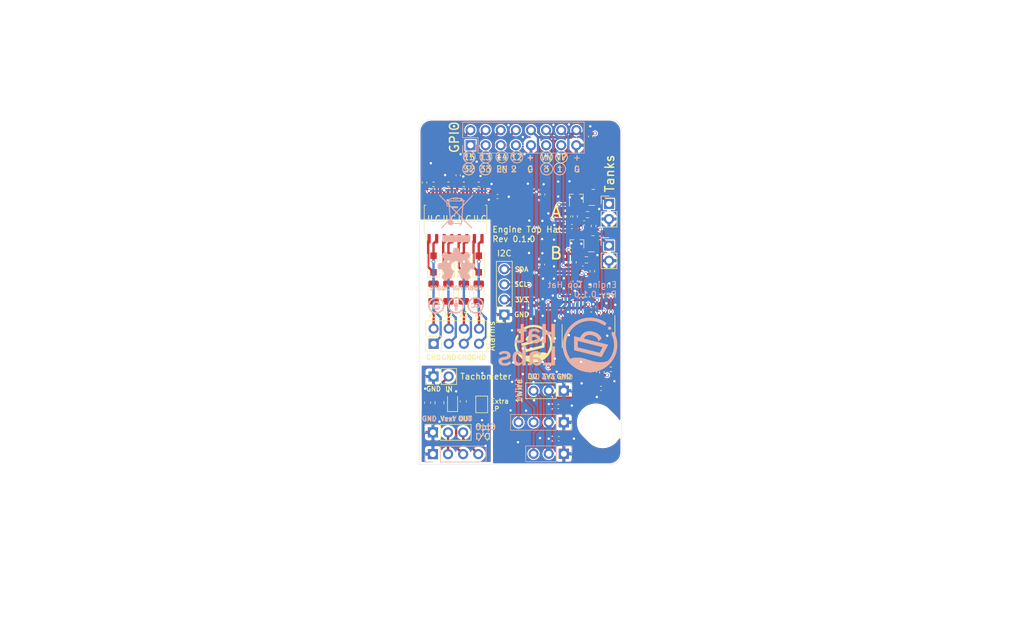
<source format=kicad_pcb>
(kicad_pcb (version 20171130) (host pcbnew "(5.1.9-0-10_14)")
  (title_block (title "Engine Top Hat for SH-ESP32") (date 2021-04-27) (rev 0.1.0) (company "Hat Labs Ltd") (comment 1 https://creativecommons.org/licenses/by-sa/4.0) (comment 2 "To view a copy of this license, visit ") (comment 3 "This design is licensed under CC BY-SA 4.0."))
  (layers (0 F.Cu signal) (31 B.Cu signal) (34 B.Paste user) (35 F.Paste user) (36 B.SilkS user) (37 F.SilkS user) (38 B.Mask user) (39 F.Mask user) (44 Edge.Cuts user))
  (net 0 "")
  (net 1 GND)
  (net 2 +3V3)
  (net 3 "Net-(C401-Pad1)")
  (net 4 "Net-(C402-Pad1)")
  (net 5 "/Tank sender/Vin")
  (net 6 "Net-(C501-Pad1)")
  (net 7 "/Tank sender/VoutB")
  (net 8 "/Tank sender/VoutA")
  (net 9 "Net-(J501-Pad2)")
  (net 10 "Net-(Q401-Pad2)")
  (net 11 "Net-(Q401-Pad1)")
  (net 12 "Net-(Q402-Pad2)")
  (net 13 "Net-(Q402-Pad1)")
  (net 14 ISO_GND)
  (net 15 /ISO_IN)
  (net 16 /IOHeader/ISO_OUT)
  (net 17 /IOHeader/V_ISO)
  (net 18 /IOHeader/DQ)
  (net 19 /IOHeader/SDA)
  (net 20 /IOHeader/SCL)
  (net 21 "Net-(D601-Pad1)")
  (net 22 "/Optocoupler input/IN1")
  (net 23 "Net-(D602-Pad1)")
  (net 24 "/Optocoupler input/IN2")
  (net 25 "Net-(D603-Pad1)")
  (net 26 "/Optocoupler input/IN3")
  (net 27 "Net-(D604-Pad1)")
  (net 28 "/Optocoupler input/IN4")
  (net 29 "/Optocoupler input/GND4")
  (net 30 "/Optocoupler input/GND3")
  (net 31 "/Optocoupler input/GND2")
  (net 32 "/Optocoupler input/GND1")
  (net 33 "/Tank sender/ADC_A")
  (net 34 "/Tank sender/ADC_B")
  (net 35 /AL4)
  (net 36 /AL3)
  (net 37 /AL2)
  (net 38 /AL1)
  (module Package_SO:SOIC-16_4.55x10.3mm_P1.27mm (layer F.Cu) (at 132.1 73.8 90)
    (fp_text reference U601 hide)
    (fp_text value ELQ3H7 hide)
    (pad 16 smd roundrect (at 3.25 -4.445 90) (size 1.6 0.55) (layers F.Cu F.Paste F.Mask) (net 2 +3V3))
    (pad 15 smd roundrect (at 3.25 -3.175 90) (size 1.6 0.55) (layers F.Cu F.Paste F.Mask) (net 38 /AL1))
    (pad 14 smd roundrect (at 3.25 -1.905 90) (size 1.6 0.55) (layers F.Cu F.Paste F.Mask) (net 2 +3V3))
    (pad 13 smd roundrect (at 3.25 -0.635 90) (size 1.6 0.55) (layers F.Cu F.Paste F.Mask) (net 37 /AL2))
    (pad 12 smd roundrect (at 3.25 0.635 90) (size 1.6 0.55) (layers F.Cu F.Paste F.Mask) (net 2 +3V3))
    (pad 11 smd roundrect (at 3.25 1.905 90) (size 1.6 0.55) (layers F.Cu F.Paste F.Mask) (net 36 /AL3))
    (pad 10 smd roundrect (at 3.25 3.175 90) (size 1.6 0.55) (layers F.Cu F.Paste F.Mask) (net 2 +3V3))
    (pad 9 smd roundrect (at 3.25 4.445 90) (size 1.6 0.55) (layers F.Cu F.Paste F.Mask) (net 35 /AL4))
    (pad 8 smd roundrect (at -3.25 4.445 90) (size 1.6 0.55) (layers F.Cu F.Paste F.Mask) (net 29 "/Optocoupler input/GND4"))
    (pad 7 smd roundrect (at -3.25 3.175 90) (size 1.6 0.55) (layers F.Cu F.Paste F.Mask) (net 27 "Net-(D604-Pad1)"))
    (pad 6 smd roundrect (at -3.25 1.905 90) (size 1.6 0.55) (layers F.Cu F.Paste F.Mask) (net 30 "/Optocoupler input/GND3"))
    (pad 5 smd roundrect (at -3.25 0.635 90) (size 1.6 0.55) (layers F.Cu F.Paste F.Mask) (net 25 "Net-(D603-Pad1)"))
    (pad 4 smd roundrect (at -3.25 -0.635 90) (size 1.6 0.55) (layers F.Cu F.Paste F.Mask) (net 31 "/Optocoupler input/GND2"))
    (pad 3 smd roundrect (at -3.25 -1.905 90) (size 1.6 0.55) (layers F.Cu F.Paste F.Mask) (net 23 "Net-(D602-Pad1)"))
    (pad 2 smd roundrect (at -3.25 -3.175 90) (size 1.6 0.55) (layers F.Cu F.Paste F.Mask) (net 32 "/Optocoupler input/GND1"))
    (pad 1 smd roundrect (at -3.25 -4.445 90) (size 1.6 0.55) (layers F.Cu F.Paste F.Mask) (net 21 "Net-(D601-Pad1)"))
  )
  (module SH-ESP32-tank-hat:HL_pictogram_6.3mm (layer F.Cu) (at 145.2 94.7)
    (fp_text reference G*** hide)
    (fp_text value LOGO hide)
  )
  (module SH-ESP32-tank-hat:Hat_Labs_20mm (layer B.Cu) (at 149.3 94.9 180)
    (fp_text reference G*** hide)
    (fp_text value LOGO hide)
  )
  (module Symbol:WEEE-Logo_5.6x8mm_SilkScreen (layer B.Cu) (at 132.2 73.6 180)
    (fp_text reference REF** hide)
    (fp_text value WEEE-Logo_5.6x8mm_SilkScreen hide)
  )
  (module Connector_PinSocket_2.54mm:PinSocket_2x08_P2.54mm_Vertical (layer B.Cu) (at 134.62 61.34 270)
    (fp_text reference J303 hide)
    (fp_text value "GPIO subset" hide)
    (pad 16 thru_hole oval (at -2.54 -17.78 270) (size 1.7 1.7) (drill 1) (layers *.Cu *.Mask) (net 2 +3V3))
    (pad 15 thru_hole oval (at 0 -17.78 270) (size 1.7 1.7) (drill 1) (layers *.Cu *.Mask) (net 1 GND))
    (pad 14 thru_hole oval (at -2.54 -15.24 270) (size 1.7 1.7) (drill 1) (layers *.Cu *.Mask) (net 34 "/Tank sender/ADC_B"))
    (pad 13 thru_hole oval (at 0 -15.24 270) (size 1.7 1.7) (drill 1) (layers *.Cu *.Mask))
    (pad 12 thru_hole oval (at -2.54 -12.7 270) (size 1.7 1.7) (drill 1) (layers *.Cu *.Mask) (net 33 "/Tank sender/ADC_A"))
    (pad 11 thru_hole oval (at 0 -12.7 270) (size 1.7 1.7) (drill 1) (layers *.Cu *.Mask))
    (pad 10 thru_hole oval (at -2.54 -10.16 270) (size 1.7 1.7) (drill 1) (layers *.Cu *.Mask) (net 2 +3V3))
    (pad 9 thru_hole oval (at 0 -10.16 270) (size 1.7 1.7) (drill 1) (layers *.Cu *.Mask) (net 1 GND))
    (pad 8 thru_hole oval (at -2.54 -7.62 270) (size 1.7 1.7) (drill 1) (layers *.Cu *.Mask) (net 35 /AL4))
    (pad 7 thru_hole oval (at 0 -7.62 270) (size 1.7 1.7) (drill 1) (layers *.Cu *.Mask))
    (pad 6 thru_hole oval (at -2.54 -5.08 270) (size 1.7 1.7) (drill 1) (layers *.Cu *.Mask) (net 36 /AL3))
    (pad 5 thru_hole oval (at 0 -5.08 270) (size 1.7 1.7) (drill 1) (layers *.Cu *.Mask))
    (pad 4 thru_hole oval (at -2.54 -2.54 270) (size 1.7 1.7) (drill 1) (layers *.Cu *.Mask) (net 37 /AL2))
    (pad 3 thru_hole oval (at 0 -2.54 270) (size 1.7 1.7) (drill 1) (layers *.Cu *.Mask))
    (pad 2 thru_hole oval (at -2.54 0 270) (size 1.7 1.7) (drill 1) (layers *.Cu *.Mask) (net 38 /AL1))
    (pad 1 thru_hole rect (at 0 0 270) (size 1.7 1.7) (drill 1) (layers *.Cu *.Mask))
  )
  (module Diode_SMD:D_SOD-123F (layer F.Cu) (at 136 81.3 90)
    (fp_text reference D604 hide)
    (fp_text value SM4007PL hide)
    (pad 2 smd rect (at 1.4 0 90) (size 1.1 1.1) (layers F.Cu F.Paste F.Mask) (net 29 "/Optocoupler input/GND4"))
    (pad 1 smd rect (at -1.4 0 90) (size 1.1 1.1) (layers F.Cu F.Paste F.Mask) (net 27 "Net-(D604-Pad1)"))
  )
  (module Diode_SMD:D_SOD-123F (layer F.Cu) (at 133.5 81.3 90)
    (fp_text reference D603 hide)
    (fp_text value SM4007PL hide)
    (pad 2 smd rect (at 1.4 0 90) (size 1.1 1.1) (layers F.Cu F.Paste F.Mask) (net 30 "/Optocoupler input/GND3"))
    (pad 1 smd rect (at -1.4 0 90) (size 1.1 1.1) (layers F.Cu F.Paste F.Mask) (net 25 "Net-(D603-Pad1)"))
  )
  (module Diode_SMD:D_SOD-123F (layer F.Cu) (at 130.9 81.3 90)
    (fp_text reference D602 hide)
    (fp_text value SM4007PL hide)
    (pad 2 smd rect (at 1.4 0 90) (size 1.1 1.1) (layers F.Cu F.Paste F.Mask) (net 31 "/Optocoupler input/GND2"))
    (pad 1 smd rect (at -1.4 0 90) (size 1.1 1.1) (layers F.Cu F.Paste F.Mask) (net 23 "Net-(D602-Pad1)"))
  )
  (module Diode_SMD:D_SOD-123F (layer F.Cu) (at 128.4 81.3 90)
    (fp_text reference D601 hide)
    (fp_text value SM4007PL hide)
    (pad 2 smd rect (at 1.4 0 90) (size 1.1 1.1) (layers F.Cu F.Paste F.Mask) (net 32 "/Optocoupler input/GND1"))
    (pad 1 smd rect (at -1.4 0 90) (size 1.1 1.1) (layers F.Cu F.Paste F.Mask) (net 21 "Net-(D601-Pad1)"))
  )
  (module Resistor_SMD:R_0402_1005Metric (layer F.Cu) (at 136 67.9 180)
    (fp_text reference R608 hide)
    (fp_text value 2.2k hide)
    (pad 2 smd roundrect (at 0.51 0 180) (size 0.54 0.64) (layers F.Cu F.Paste F.Mask) (net 1 GND))
    (pad 1 smd roundrect (at -0.51 0 180) (size 0.54 0.64) (layers F.Cu F.Paste F.Mask) (net 35 /AL4))
  )
  (module Resistor_SMD:R_0402_1005Metric (layer F.Cu) (at 133.49 67.9 180)
    (fp_text reference R607 hide)
    (fp_text value 2.2k hide)
    (pad 2 smd roundrect (at 0.51 0 180) (size 0.54 0.64) (layers F.Cu F.Paste F.Mask) (net 1 GND))
    (pad 1 smd roundrect (at -0.51 0 180) (size 0.54 0.64) (layers F.Cu F.Paste F.Mask) (net 36 /AL3))
  )
  (module Resistor_SMD:R_0402_1005Metric (layer F.Cu) (at 130.9 67.9 180)
    (fp_text reference R606 hide)
    (fp_text value 2.2k hide)
    (pad 2 smd roundrect (at 0.51 0 180) (size 0.54 0.64) (layers F.Cu F.Paste F.Mask) (net 1 GND))
    (pad 1 smd roundrect (at -0.51 0 180) (size 0.54 0.64) (layers F.Cu F.Paste F.Mask) (net 37 /AL2))
  )
  (module Resistor_SMD:R_0402_1005Metric (layer F.Cu) (at 128.4 67.9 180)
    (fp_text reference R605 hide)
    (fp_text value 2.2k hide)
    (pad 2 smd roundrect (at 0.51 0 180) (size 0.54 0.64) (layers F.Cu F.Paste F.Mask) (net 1 GND))
    (pad 1 smd roundrect (at -0.51 0 180) (size 0.54 0.64) (layers F.Cu F.Paste F.Mask) (net 38 /AL1))
  )
  (module Connector_PinHeader_2.54mm:PinHeader_2x04_P2.54mm_Vertical (layer F.Cu) (at 128.42 94.7 90)
    (fp_text reference J601 hide)
    (fp_text value "Alarm input" hide)
    (pad 8 thru_hole oval (at 2.54 7.62 90) (size 1.7 1.7) (drill 1) (layers *.Cu *.Mask) (net 28 "/Optocoupler input/IN4"))
    (pad 7 thru_hole oval (at 0 7.62 90) (size 1.7 1.7) (drill 1) (layers *.Cu *.Mask) (net 29 "/Optocoupler input/GND4"))
    (pad 6 thru_hole oval (at 2.54 5.08 90) (size 1.7 1.7) (drill 1) (layers *.Cu *.Mask) (net 26 "/Optocoupler input/IN3"))
    (pad 5 thru_hole oval (at 0 5.08 90) (size 1.7 1.7) (drill 1) (layers *.Cu *.Mask) (net 30 "/Optocoupler input/GND3"))
    (pad 4 thru_hole oval (at 2.54 2.54 90) (size 1.7 1.7) (drill 1) (layers *.Cu *.Mask) (net 24 "/Optocoupler input/IN2"))
    (pad 3 thru_hole oval (at 0 2.54 90) (size 1.7 1.7) (drill 1) (layers *.Cu *.Mask) (net 31 "/Optocoupler input/GND2"))
    (pad 2 thru_hole oval (at 2.54 0 90) (size 1.7 1.7) (drill 1) (layers *.Cu *.Mask) (net 22 "/Optocoupler input/IN1"))
    (pad 1 thru_hole rect (at 0 0 90) (size 1.7 1.7) (drill 1) (layers *.Cu *.Mask) (net 32 "/Optocoupler input/GND1"))
  )
  (module Resistor_SMD:R_1206_3216Metric (layer F.Cu) (at 136 86.1 90)
    (fp_text reference R604 hide)
    (fp_text value 3.3k hide)
    (pad 2 smd roundrect (at 1.4625 0 90) (size 1.125 1.75) (layers F.Cu F.Paste F.Mask) (roundrect_rratio 0.222222) (net 27 "Net-(D604-Pad1)"))
    (pad 1 smd roundrect (at -1.4625 0 90) (size 1.125 1.75) (layers F.Cu F.Paste F.Mask) (roundrect_rratio 0.222222) (net 28 "/Optocoupler input/IN4"))
  )
  (module Resistor_SMD:R_1206_3216Metric (layer F.Cu) (at 133.5 86.1 90)
    (fp_text reference R603 hide)
    (fp_text value 3.3k hide)
    (pad 2 smd roundrect (at 1.4625 0 90) (size 1.125 1.75) (layers F.Cu F.Paste F.Mask) (roundrect_rratio 0.222222) (net 25 "Net-(D603-Pad1)"))
    (pad 1 smd roundrect (at -1.4625 0 90) (size 1.125 1.75) (layers F.Cu F.Paste F.Mask) (roundrect_rratio 0.222222) (net 26 "/Optocoupler input/IN3"))
  )
  (module Resistor_SMD:R_1206_3216Metric (layer F.Cu) (at 130.9 86.1 90)
    (fp_text reference R602 hide)
    (fp_text value 3.3k hide)
    (pad 2 smd roundrect (at 1.4625 0 90) (size 1.125 1.75) (layers F.Cu F.Paste F.Mask) (roundrect_rratio 0.222222) (net 23 "Net-(D602-Pad1)"))
    (pad 1 smd roundrect (at -1.4625 0 90) (size 1.125 1.75) (layers F.Cu F.Paste F.Mask) (roundrect_rratio 0.222222) (net 24 "/Optocoupler input/IN2"))
  )
  (module Resistor_SMD:R_1206_3216Metric (layer F.Cu) (at 128.4 86.1 90)
    (fp_text reference R601 hide)
    (fp_text value 3.3k hide)
    (pad 2 smd roundrect (at 1.4625 0 90) (size 1.125 1.75) (layers F.Cu F.Paste F.Mask) (roundrect_rratio 0.222222) (net 21 "Net-(D601-Pad1)"))
    (pad 1 smd roundrect (at -1.4625 0 90) (size 1.125 1.75) (layers F.Cu F.Paste F.Mask) (roundrect_rratio 0.222222) (net 22 "/Optocoupler input/IN1"))
  )
  (module Connector_PinHeader_2.54mm:PinHeader_1x02_P2.54mm_Vertical (layer F.Cu) (at 128.4 100.2 90)
    (fp_text reference J501 hide)
    (fp_text value Conn_01x02 hide)
    (pad 2 thru_hole oval (at 0 2.54 90) (size 1.7 1.7) (drill 1) (layers *.Cu *.Mask) (net 9 "Net-(J501-Pad2)"))
    (pad 1 thru_hole rect (at 0 0 90) (size 1.7 1.7) (drill 1) (layers *.Cu *.Mask) (net 14 ISO_GND))
  )
  (module Connector_PinHeader_2.54mm:PinHeader_1x02_P2.54mm_Vertical (layer F.Cu) (at 157.9 78.2)
    (fp_text reference J402 hide)
    (fp_text value Conn_01x02 hide)
    (pad 2 thru_hole oval (at 0 2.54) (size 1.7 1.7) (drill 1) (layers *.Cu *.Mask) (net 1 GND))
    (pad 1 thru_hole rect (at 0 0) (size 1.7 1.7) (drill 1) (layers *.Cu *.Mask) (net 7 "/Tank sender/VoutB"))
  )
  (module Connector_PinHeader_2.54mm:PinHeader_1x02_P2.54mm_Vertical (layer F.Cu) (at 157.9 71.2)
    (fp_text reference J401 hide)
    (fp_text value Conn_01x02 hide)
    (pad 2 thru_hole oval (at 0 2.54) (size 1.7 1.7) (drill 1) (layers *.Cu *.Mask) (net 1 GND))
    (pad 1 thru_hole rect (at 0 0) (size 1.7 1.7) (drill 1) (layers *.Cu *.Mask) (net 8 "/Tank sender/VoutA"))
  )
  (module Package_TO_SOT_SMD:SOT-323_SC-70 (layer F.Cu) (at 152.5 77.95 90)
    (fp_text reference Q402 hide)
    (fp_text value S9015 hide)
    (pad 3 smd rect (at 1 0) (size 0.45 0.7) (layers F.Cu F.Paste F.Mask) (net 7 "/Tank sender/VoutB"))
    (pad 2 smd rect (at -1 0.65) (size 0.45 0.7) (layers F.Cu F.Paste F.Mask) (net 12 "Net-(Q402-Pad2)"))
    (pad 1 smd rect (at -1 -0.65) (size 0.45 0.7) (layers F.Cu F.Paste F.Mask) (net 13 "Net-(Q402-Pad1)"))
  )
  (module Package_TO_SOT_SMD:SOT-323_SC-70 (layer F.Cu) (at 152.4 70.3 90)
    (fp_text reference Q401 hide)
    (fp_text value S9015 hide)
    (pad 3 smd rect (at 1 0) (size 0.45 0.7) (layers F.Cu F.Paste F.Mask) (net 8 "/Tank sender/VoutA"))
    (pad 2 smd rect (at -1 0.65) (size 0.45 0.7) (layers F.Cu F.Paste F.Mask) (net 10 "Net-(Q401-Pad2)"))
    (pad 1 smd rect (at -1 -0.65) (size 0.45 0.7) (layers F.Cu F.Paste F.Mask) (net 11 "Net-(Q401-Pad1)"))
  )
  (module Package_DFN_QFN:Diodes_UDFN-10_1.0x2.5mm_P0.5mm (layer F.Cu) (at 154.95 77.9)
    (fp_text reference U403 hide)
    (fp_text value RCLAMP0524P-N hide)
    (pad 2 smd rect (at -0.3875 -0.5 270) (size 0.25 0.625) (layers F.Cu F.Paste F.Mask))
    (pad 3 smd rect (at -0.35 0 270) (size 0.45 0.7) (layers F.Cu F.Paste F.Mask) (net 1 GND))
    (pad 1 smd rect (at -0.3875 -1 270) (size 0.25 0.625) (layers F.Cu F.Paste F.Mask) (net 7 "/Tank sender/VoutB"))
    (pad 4 smd rect (at -0.3875 0.5 270) (size 0.25 0.625) (layers F.Cu F.Paste F.Mask))
    (pad 10 smd rect (at 0.3875 -1 270) (size 0.25 0.625) (layers F.Cu F.Paste F.Mask) (net 7 "/Tank sender/VoutB"))
    (pad 9 smd rect (at 0.3875 -0.5 270) (size 0.25 0.625) (layers F.Cu F.Paste F.Mask))
    (pad 5 smd rect (at -0.3875 1 270) (size 0.25 0.625) (layers F.Cu F.Paste F.Mask))
    (pad 8 smd rect (at 0.4125 0 270) (size 0.45 0.575) (layers F.Cu F.Paste F.Mask) (net 1 GND))
    (pad 6 smd rect (at 0.3875 1 270) (size 0.25 0.625) (layers F.Cu F.Paste F.Mask))
    (pad 7 smd rect (at 0.3875 0.5 270) (size 0.25 0.625) (layers F.Cu F.Paste F.Mask))
  )
  (module Package_DFN_QFN:Diodes_UDFN-10_1.0x2.5mm_P0.5mm (layer F.Cu) (at 155 70.1)
    (fp_text reference U402 hide)
    (fp_text value RCLAMP0524P-N hide)
    (pad 2 smd rect (at -0.3875 -0.5 270) (size 0.25 0.625) (layers F.Cu F.Paste F.Mask))
    (pad 3 smd rect (at -0.35 0 270) (size 0.45 0.7) (layers F.Cu F.Paste F.Mask) (net 1 GND))
    (pad 1 smd rect (at -0.3875 -1 270) (size 0.25 0.625) (layers F.Cu F.Paste F.Mask) (net 8 "/Tank sender/VoutA"))
    (pad 4 smd rect (at -0.3875 0.5 270) (size 0.25 0.625) (layers F.Cu F.Paste F.Mask))
    (pad 10 smd rect (at 0.3875 -1 270) (size 0.25 0.625) (layers F.Cu F.Paste F.Mask) (net 8 "/Tank sender/VoutA"))
    (pad 9 smd rect (at 0.3875 -0.5 270) (size 0.25 0.625) (layers F.Cu F.Paste F.Mask))
    (pad 5 smd rect (at -0.3875 1 270) (size 0.25 0.625) (layers F.Cu F.Paste F.Mask))
    (pad 8 smd rect (at 0.4125 0 270) (size 0.45 0.575) (layers F.Cu F.Paste F.Mask) (net 1 GND))
    (pad 6 smd rect (at 0.3875 1 270) (size 0.25 0.625) (layers F.Cu F.Paste F.Mask))
    (pad 7 smd rect (at 0.3875 0.5 270) (size 0.25 0.625) (layers F.Cu F.Paste F.Mask))
  )
  (module Resistor_SMD:R_0402_1005Metric (layer F.Cu) (at 152 81 90)
    (fp_text reference R408 hide)
    (fp_text value 1.5k hide)
    (pad 2 smd roundrect (at 0.51 0 90) (size 0.54 0.64) (layers F.Cu F.Paste F.Mask) (net 7 "/Tank sender/VoutB"))
    (pad 1 smd roundrect (at -0.51 0 90) (size 0.54 0.64) (layers F.Cu F.Paste F.Mask) (net 34 "/Tank sender/ADC_B"))
  )
  (module Resistor_SMD:R_0402_1005Metric (layer F.Cu) (at 152.2 73.3 90)
    (fp_text reference R407 hide)
    (fp_text value 1.5k hide)
    (pad 2 smd roundrect (at 0.51 0 90) (size 0.54 0.64) (layers F.Cu F.Paste F.Mask) (net 8 "/Tank sender/VoutA"))
    (pad 1 smd roundrect (at -0.51 0 90) (size 0.54 0.64) (layers F.Cu F.Paste F.Mask) (net 33 "/Tank sender/ADC_A"))
  )
  (module Resistor_SMD:R_0402_1005Metric (layer F.Cu) (at 158.2 99)
    (fp_text reference R406 hide)
    (fp_text value 10k hide)
    (pad 2 smd roundrect (at 0.51 0) (size 0.54 0.64) (layers F.Cu F.Paste F.Mask) (net 1 GND))
    (pad 1 smd roundrect (at -0.51 0) (size 0.54 0.64) (layers F.Cu F.Paste F.Mask) (net 5 "/Tank sender/Vin"))
  )
  (module Resistor_SMD:R_0402_1005Metric (layer F.Cu) (at 156.7 99.5 90)
    (fp_text reference R405 hide)
    (fp_text value 1k hide)
    (pad 2 smd roundrect (at 0.51 0 90) (size 0.54 0.64) (layers F.Cu F.Paste F.Mask) (net 5 "/Tank sender/Vin"))
    (pad 1 smd roundrect (at -0.51 0 90) (size 0.54 0.64) (layers F.Cu F.Paste F.Mask) (net 2 +3V3))
  )
  (module Resistor_SMD:R_0603_1608Metric (layer F.Cu) (at 154.1 80.6)
    (fp_text reference R404 hide)
    (fp_text value 30 hide)
    (pad 2 smd roundrect (at 0.825 0) (size 0.8 0.95) (layers F.Cu F.Paste F.Mask) (net 12 "Net-(Q402-Pad2)"))
    (pad 1 smd roundrect (at -0.825 0) (size 0.8 0.95) (layers F.Cu F.Paste F.Mask) (net 2 +3V3))
  )
  (module Resistor_SMD:R_0603_1608Metric (layer F.Cu) (at 154.3 73)
    (fp_text reference R403 hide)
    (fp_text value 30 hide)
    (pad 2 smd roundrect (at 0.825 0) (size 0.8 0.95) (layers F.Cu F.Paste F.Mask) (net 10 "Net-(Q401-Pad2)"))
    (pad 1 smd roundrect (at -0.825 0) (size 0.8 0.95) (layers F.Cu F.Paste F.Mask) (net 2 +3V3))
  )
  (module Resistor_SMD:R_0402_1005Metric (layer F.Cu) (at 155.1 82.5 270)
    (fp_text reference R402 hide)
    (fp_text value 1k hide)
    (pad 2 smd roundrect (at 0.51 0 270) (size 0.54 0.64) (layers F.Cu F.Paste F.Mask) (net 4 "Net-(C402-Pad1)"))
    (pad 1 smd roundrect (at -0.51 0 270) (size 0.54 0.64) (layers F.Cu F.Paste F.Mask) (net 12 "Net-(Q402-Pad2)"))
  )
  (module Resistor_SMD:R_0402_1005Metric (layer F.Cu) (at 155.3 74.9 270)
    (fp_text reference R401 hide)
    (fp_text value 1k hide)
    (pad 2 smd roundrect (at 0.51 0 270) (size 0.54 0.64) (layers F.Cu F.Paste F.Mask) (net 3 "Net-(C401-Pad1)"))
    (pad 1 smd roundrect (at -0.51 0 270) (size 0.54 0.64) (layers F.Cu F.Paste F.Mask) (net 10 "Net-(Q401-Pad2)"))
  )
  (module Connector_PinHeader_2.54mm:PinHeader_1x03_P2.54mm_Vertical (layer F.Cu) (at 150.3 102.6 270)
    (fp_text reference J305 hide)
    (fp_text value 1-Wire_top hide)
    (pad 3 thru_hole oval (at 0 5.08 270) (size 1.7 1.7) (drill 1) (layers *.Cu *.Mask) (net 18 /IOHeader/DQ))
    (pad 2 thru_hole oval (at 0 2.54 270) (size 1.7 1.7) (drill 1) (layers *.Cu *.Mask) (net 2 +3V3))
    (pad 1 thru_hole rect (at 0 0 270) (size 1.7 1.7) (drill 1) (layers *.Cu *.Mask) (net 1 GND))
  )
  (module Connector_PinSocket_2.54mm:PinSocket_1x04_P2.54mm_Vertical (layer F.Cu) (at 140.3 89.8 180)
    (fp_text reference J301 hide)
    (fp_text value I2C_top hide)
    (pad 4 thru_hole oval (at 0 7.62 180) (size 1.7 1.7) (drill 1) (layers *.Cu *.Mask) (net 19 /IOHeader/SDA))
    (pad 3 thru_hole oval (at 0 5.08 180) (size 1.7 1.7) (drill 1) (layers *.Cu *.Mask) (net 20 /IOHeader/SCL))
    (pad 2 thru_hole oval (at 0 2.54 180) (size 1.7 1.7) (drill 1) (layers *.Cu *.Mask) (net 2 +3V3))
    (pad 1 thru_hole rect (at 0 0 180) (size 1.7 1.7) (drill 1) (layers *.Cu *.Mask) (net 1 GND))
  )
  (module Capacitor_SMD:C_0402_1005Metric (layer F.Cu) (at 150.9 81 90)
    (fp_text reference C406 hide)
    (fp_text value 1uF hide)
    (pad 2 smd roundrect (at 0.48 0 90) (size 0.56 0.62) (layers F.Cu F.Paste F.Mask) (net 1 GND))
    (pad 1 smd roundrect (at -0.48 0 90) (size 0.56 0.62) (layers F.Cu F.Paste F.Mask) (net 34 "/Tank sender/ADC_B"))
  )
  (module Capacitor_SMD:C_0402_1005Metric (layer F.Cu) (at 151.1 73.3 90)
    (fp_text reference C405 hide)
    (fp_text value 1uF hide)
    (pad 2 smd roundrect (at 0.48 0 90) (size 0.56 0.62) (layers F.Cu F.Paste F.Mask) (net 1 GND))
    (pad 1 smd roundrect (at -0.48 0 90) (size 0.56 0.62) (layers F.Cu F.Paste F.Mask) (net 33 "/Tank sender/ADC_A"))
  )
  (module Capacitor_SMD:C_0603_1608Metric (layer F.Cu) (at 155.3 99.4 270)
    (fp_text reference C404 hide)
    (fp_text value 68nF hide)
    (pad 2 smd roundrect (at 0.775 0 270) (size 0.9 0.95) (layers F.Cu F.Paste F.Mask) (net 1 GND))
    (pad 1 smd roundrect (at -0.775 0 270) (size 0.9 0.95) (layers F.Cu F.Paste F.Mask) (net 5 "/Tank sender/Vin"))
  )
  (module Capacitor_SMD:C_0402_1005Metric (layer F.Cu) (at 154.9 89)
    (fp_text reference C403 hide)
    (fp_text value 100nF hide)
    (pad 2 smd roundrect (at 0.48 0) (size 0.56 0.62) (layers F.Cu F.Paste F.Mask) (net 1 GND))
    (pad 1 smd roundrect (at -0.48 0) (size 0.56 0.62) (layers F.Cu F.Paste F.Mask) (net 2 +3V3))
  )
  (module Capacitor_SMD:C_0402_1005Metric (layer F.Cu) (at 153.5 82 180)
    (fp_text reference C402 hide)
    (fp_text value 100nF hide)
    (pad 2 smd roundrect (at 0.48 0 180) (size 0.56 0.62) (layers F.Cu F.Paste F.Mask) (net 2 +3V3))
    (pad 1 smd roundrect (at -0.48 0 180) (size 0.56 0.62) (layers F.Cu F.Paste F.Mask) (net 4 "Net-(C402-Pad1)"))
  )
  (module Capacitor_SMD:C_0402_1005Metric (layer F.Cu) (at 153.7 74.4 180)
    (fp_text reference C401 hide)
    (fp_text value 100nF hide)
    (pad 2 smd roundrect (at 0.48 0 180) (size 0.56 0.62) (layers F.Cu F.Paste F.Mask) (net 2 +3V3))
    (pad 1 smd roundrect (at -0.48 0 180) (size 0.56 0.62) (layers F.Cu F.Paste F.Mask) (net 3 "Net-(C401-Pad1)"))
  )
  (module Capacitor_SMD:C_0402_1005Metric (layer F.Cu) (at 126.9 67.6 270)
    (fp_text reference C212 hide)
    (fp_text value 100nF hide)
    (pad 2 smd roundrect (at 0.48 0 270) (size 0.56 0.62) (layers F.Cu F.Paste F.Mask) (net 2 +3V3))
    (pad 1 smd roundrect (at -0.48 0 270) (size 0.56 0.62) (layers F.Cu F.Paste F.Mask) (net 1 GND))
  )
  (module Capacitor_SMD:C_0402_1005Metric (layer F.Cu) (at 132.55 66.38 270)
    (fp_text reference C211 hide)
    (fp_text value 100nF hide)
    (pad 2 smd roundrect (at 0.48 0 270) (size 0.56 0.62) (layers F.Cu F.Paste F.Mask) (net 2 +3V3))
    (pad 1 smd roundrect (at -0.48 0 270) (size 0.56 0.62) (layers F.Cu F.Paste F.Mask) (net 1 GND))
  )
  (module Capacitor_SMD:C_0402_1005Metric (layer F.Cu) (at 139.15 69.95 180)
    (fp_text reference C210 hide)
    (fp_text value 100nF hide)
    (pad 2 smd roundrect (at 0.48 0 180) (size 0.56 0.62) (layers F.Cu F.Paste F.Mask) (net 2 +3V3))
    (pad 1 smd roundrect (at -0.48 0 180) (size 0.56 0.62) (layers F.Cu F.Paste F.Mask) (net 1 GND))
  )
  (module Capacitor_SMD:C_0402_1005Metric (layer F.Cu) (at 146.75 69.62 90)
    (fp_text reference C208 hide)
    (fp_text value 100nF hide)
    (pad 2 smd roundrect (at 0.48 0 90) (size 0.56 0.62) (layers F.Cu F.Paste F.Mask) (net 2 +3V3))
    (pad 1 smd roundrect (at -0.48 0 90) (size 0.56 0.62) (layers F.Cu F.Paste F.Mask) (net 1 GND))
  )
  (module Capacitor_SMD:C_0402_1005Metric (layer F.Cu) (at 154.8 59.85 90)
    (fp_text reference C206 hide)
    (fp_text value 100nF hide)
    (pad 2 smd roundrect (at 0.48 0 90) (size 0.56 0.62) (layers F.Cu F.Paste F.Mask) (net 2 +3V3))
    (pad 1 smd roundrect (at -0.48 0 90) (size 0.56 0.62) (layers F.Cu F.Paste F.Mask) (net 1 GND))
  )
  (module Capacitor_SMD:C_0402_1005Metric (layer F.Cu) (at 156.55 102.2 180)
    (fp_text reference C205 hide)
    (fp_text value 100nF hide)
    (pad 2 smd roundrect (at 0.48 0 180) (size 0.56 0.62) (layers F.Cu F.Paste F.Mask) (net 2 +3V3))
    (pad 1 smd roundrect (at -0.48 0 180) (size 0.56 0.62) (layers F.Cu F.Paste F.Mask) (net 1 GND))
  )
  (module Capacitor_SMD:C_0402_1005Metric (layer F.Cu) (at 144.85 88.7 90)
    (fp_text reference C204 hide)
    (fp_text value 100nF hide)
    (pad 2 smd roundrect (at 0.48 0 90) (size 0.56 0.62) (layers F.Cu F.Paste F.Mask) (net 2 +3V3))
    (pad 1 smd roundrect (at -0.48 0 90) (size 0.56 0.62) (layers F.Cu F.Paste F.Mask) (net 1 GND))
  )
  (module Capacitor_SMD:C_0402_1005Metric (layer F.Cu) (at 146.7 81.4 270)
    (fp_text reference C203 hide)
    (fp_text value 100nF hide)
    (pad 2 smd roundrect (at 0.48 0 270) (size 0.56 0.62) (layers F.Cu F.Paste F.Mask) (net 2 +3V3))
    (pad 1 smd roundrect (at -0.48 0 270) (size 0.56 0.62) (layers F.Cu F.Paste F.Mask) (net 1 GND))
  )
  (module Capacitor_SMD:C_0402_1005Metric (layer F.Cu) (at 149.45 110.65 180)
    (fp_text reference C202 hide)
    (fp_text value 100nF hide)
    (pad 2 smd roundrect (at 0.48 0 180) (size 0.56 0.62) (layers F.Cu F.Paste F.Mask) (net 2 +3V3))
    (pad 1 smd roundrect (at -0.48 0 180) (size 0.56 0.62) (layers F.Cu F.Paste F.Mask) (net 1 GND))
  )
  (module Capacitor_SMD:C_0402_1005Metric (layer F.Cu) (at 151.65 75)
    (fp_text reference C201 hide)
    (fp_text value 100nF hide)
    (pad 2 smd roundrect (at 0.48 0) (size 0.56 0.62) (layers F.Cu F.Paste F.Mask) (net 2 +3V3))
    (pad 1 smd roundrect (at -0.48 0) (size 0.56 0.62) (layers F.Cu F.Paste F.Mask) (net 1 GND))
  )
  (module Connector_PinSocket_2.54mm:PinSocket_1x03_P2.54mm_Vertical (layer F.Cu) (at 128.3 109.6 90)
    (fp_text reference J307 hide)
    (fp_text value Opto_top hide)
    (pad 3 thru_hole oval (at 0 5.08 90) (size 1.7 1.7) (drill 1) (layers *.Cu *.Mask) (net 16 /IOHeader/ISO_OUT))
    (pad 2 thru_hole oval (at 0 2.54 90) (size 1.7 1.7) (drill 1) (layers *.Cu *.Mask) (net 17 /IOHeader/V_ISO))
    (pad 1 thru_hole rect (at 0 0 90) (size 1.7 1.7) (drill 1) (layers *.Cu *.Mask) (net 14 ISO_GND))
  )
  (module Connector_PinSocket_2.54mm:PinSocket_1x03_P2.54mm_Vertical (layer B.Cu) (at 150.3 113.2 90)
    (fp_text reference J306 hide)
    (fp_text value 1-Wire_bottom hide)
    (pad 3 thru_hole oval (at 0 -5.08 90) (size 1.7 1.7) (drill 1) (layers *.Cu *.Mask) (net 18 /IOHeader/DQ))
    (pad 2 thru_hole oval (at 0 -2.54 90) (size 1.7 1.7) (drill 1) (layers *.Cu *.Mask) (net 2 +3V3))
    (pad 1 thru_hole rect (at 0 0 90) (size 1.7 1.7) (drill 1) (layers *.Cu *.Mask) (net 1 GND))
  )
  (module Connector_PinSocket_2.54mm:PinSocket_1x04_P2.54mm_Vertical (layer B.Cu) (at 128.3 113.25 270)
    (fp_text reference J304 hide)
    (fp_text value Opto_bottom hide)
    (pad 4 thru_hole oval (at 0 -7.62 270) (size 1.7 1.7) (drill 1) (layers *.Cu *.Mask) (net 16 /IOHeader/ISO_OUT))
    (pad 3 thru_hole oval (at 0 -5.08 270) (size 1.7 1.7) (drill 1) (layers *.Cu *.Mask) (net 15 /ISO_IN))
    (pad 2 thru_hole oval (at 0 -2.54 270) (size 1.7 1.7) (drill 1) (layers *.Cu *.Mask) (net 17 /IOHeader/V_ISO))
    (pad 1 thru_hole rect (at 0 0 270) (size 1.7 1.7) (drill 1) (layers *.Cu *.Mask) (net 14 ISO_GND))
  )
  (module Package_SO:SOIC-14_3.9x8.7mm_P1.27mm (layer F.Cu) (at 154.45 93.4 270)
    (fp_text reference U401 hide)
    (fp_text value LMV324 hide)
    (pad 14 smd roundrect (at 2.475 -3.81 270) (size 1.95 0.6) (layers F.Cu F.Paste F.Mask))
    (pad 13 smd roundrect (at 2.475 -2.54 270) (size 1.95 0.6) (layers F.Cu F.Paste F.Mask) (net 1 GND))
    (pad 12 smd roundrect (at 2.475 -1.27 270) (size 1.95 0.6) (layers F.Cu F.Paste F.Mask) (net 1 GND))
    (pad 11 smd roundrect (at 2.475 0 270) (size 1.95 0.6) (layers F.Cu F.Paste F.Mask) (net 1 GND))
    (pad 10 smd roundrect (at 2.475 1.27 270) (size 1.95 0.6) (layers F.Cu F.Paste F.Mask) (net 1 GND))
    (pad 9 smd roundrect (at 2.475 2.54 270) (size 1.95 0.6) (layers F.Cu F.Paste F.Mask) (net 1 GND))
    (pad 8 smd roundrect (at 2.475 3.81 270) (size 1.95 0.6) (layers F.Cu F.Paste F.Mask))
    (pad 7 smd roundrect (at -2.475 3.81 270) (size 1.95 0.6) (layers F.Cu F.Paste F.Mask) (net 13 "Net-(Q402-Pad1)"))
    (pad 6 smd roundrect (at -2.475 2.54 270) (size 1.95 0.6) (layers F.Cu F.Paste F.Mask) (net 5 "/Tank sender/Vin"))
    (pad 5 smd roundrect (at -2.475 1.27 270) (size 1.95 0.6) (layers F.Cu F.Paste F.Mask) (net 4 "Net-(C402-Pad1)"))
    (pad 4 smd roundrect (at -2.475 0 270) (size 1.95 0.6) (layers F.Cu F.Paste F.Mask) (net 2 +3V3))
    (pad 3 smd roundrect (at -2.475 -1.27 270) (size 1.95 0.6) (layers F.Cu F.Paste F.Mask) (net 5 "/Tank sender/Vin"))
    (pad 2 smd roundrect (at -2.475 -2.54 270) (size 1.95 0.6) (layers F.Cu F.Paste F.Mask) (net 3 "Net-(C401-Pad1)"))
    (pad 1 smd roundrect (at -2.475 -3.81 270) (size 1.95 0.6) (layers F.Cu F.Paste F.Mask) (net 11 "Net-(Q401-Pad1)"))
  )
  (module Resistor_SMD:R_0805_2012Metric (layer F.Cu) (at 129.4 104.6 90)
    (fp_text reference R501 hide)
    (fp_text value 3.3k hide)
    (pad 2 smd roundrect (at 0.9125 0 90) (size 1.025 1.4) (layers F.Cu F.Paste F.Mask) (roundrect_rratio 0.243902) (net 9 "Net-(J501-Pad2)"))
    (pad 1 smd roundrect (at -0.9125 0 90) (size 1.025 1.4) (layers F.Cu F.Paste F.Mask) (roundrect_rratio 0.243902) (net 15 /ISO_IN))
  )
  (module Jumper:SolderJumper-2_P1.3mm_Open_Pad1.0x1.5mm (layer F.Cu) (at 136.5 104.9 270)
    (fp_text reference JP501 hide)
    (fp_text value SolderJumper_2_Open hide)
    (pad 1 smd rect (at -0.65 0 270) (size 1 1.5) (layers F.Cu F.Mask) (net 6 "Net-(C501-Pad1)"))
    (pad 2 smd rect (at 0.65 0 270) (size 1 1.5) (layers F.Cu F.Mask) (net 15 /ISO_IN))
  )
  (module Diode_SMD:D_SOD-323 (layer F.Cu) (at 131.6 104.6 90)
    (fp_text reference D501 hide)
    (fp_text value BZT52C16S hide)
    (pad 2 smd rect (at 1.05 0 90) (size 0.6 0.45) (layers F.Cu F.Paste F.Mask) (net 14 ISO_GND))
    (pad 1 smd rect (at -1.05 0 90) (size 0.6 0.45) (layers F.Cu F.Paste F.Mask) (net 15 /ISO_IN))
  )
  (module Capacitor_SMD:C_0603_1608Metric (layer F.Cu) (at 127.4 104.6 90)
    (fp_text reference C502 hide)
    (fp_text value 4.7nF hide)
    (pad 2 smd roundrect (at 0.775 0 90) (size 0.9 0.95) (layers F.Cu F.Paste F.Mask) (net 14 ISO_GND))
    (pad 1 smd roundrect (at -0.775 0 90) (size 0.9 0.95) (layers F.Cu F.Paste F.Mask) (net 15 /ISO_IN))
  )
  (module Capacitor_SMD:C_0603_1608Metric (layer F.Cu) (at 133.4 104.4 90)
    (fp_text reference C501 hide)
    (fp_text value 47nF hide)
    (pad 2 smd roundrect (at 0.775 0 90) (size 0.9 0.95) (layers F.Cu F.Paste F.Mask) (net 14 ISO_GND))
    (pad 1 smd roundrect (at -0.775 0 90) (size 0.9 0.95) (layers F.Cu F.Paste F.Mask) (net 6 "Net-(C501-Pad1)"))
  )
  (module Connector_PinHeader_2.54mm:PinHeader_1x04_P2.54mm_Vertical (layer B.Cu) (at 150.3 107.91 90)
    (fp_text reference J302 hide)
    (fp_text value I2C_bottom hide)
    (pad 4 thru_hole oval (at 0 -7.62 90) (size 1.7 1.7) (drill 1) (layers *.Cu *.Mask) (net 19 /IOHeader/SDA))
    (pad 3 thru_hole oval (at 0 -5.08 90) (size 1.7 1.7) (drill 1) (layers *.Cu *.Mask) (net 20 /IOHeader/SCL))
    (pad 2 thru_hole oval (at 0 -2.54 90) (size 1.7 1.7) (drill 1) (layers *.Cu *.Mask) (net 2 +3V3))
    (pad 1 thru_hole rect (at 0 0 90) (size 1.7 1.7) (drill 1) (layers *.Cu *.Mask) (net 1 GND))
  )
  (module Capacitor_SMD:C_0402_1005Metric (layer F.Cu) (at 149.37 105.25 180)
    (fp_text reference C209 hide)
    (fp_text value 100nF hide)
    (pad 2 smd roundrect (at 0.48 0 180) (size 0.56 0.62) (layers F.Cu F.Paste F.Mask) (net 2 +3V3))
    (pad 1 smd roundrect (at -0.48 0 180) (size 0.56 0.62) (layers F.Cu F.Paste F.Mask) (net 1 GND))
  )
  (module Capacitor_SMD:C_0402_1005Metric (layer F.Cu) (at 152.2 84.2 90)
    (fp_text reference C207 hide)
    (fp_text value 100nF hide)
    (pad 2 smd roundrect (at 0.48 0 90) (size 0.56 0.62) (layers F.Cu F.Paste F.Mask) (net 2 +3V3))
    (pad 1 smd roundrect (at -0.48 0 90) (size 0.56 0.62) (layers F.Cu F.Paste F.Mask) (net 1 GND))
  )
  (module SH-ESP32:MountingSlot_3.2mm_M3_Unplated (layer F.Cu) (at 156.25 108.5 135)
    (fp_text reference H202 hide)
    (fp_text value MountingHole hide)
    (pad "" np_thru_hole oval (at 0 0 135) (size 4.8 3.2) (drill oval 4.8 3.2) (layers *.Cu *.Mask) (clearance 1.6))
  )
  (module Symbol:OSHW-Logo2_9.8x8mm_SilkScreen (layer B.Cu) (at 132.2 82.3 180)
    (fp_text reference REF** hide)
    (fp_text value OSHW-Logo2_9.8x8mm_SilkScreen hide)
  )
  (module SH-ESP32:cc-by-sa-10mm (layer B.Cu) (at 132.2 88.3 180)
    (fp_text reference G*** hide)
    (fp_text value LOGO hide)
  )
  (gr_text JLCJLCJLCJLC (at 132.2 73.7) (layer F.SilkS) (effects (font (size 1 1) (thickness 0.16))))
  (gr_text "Engine Top Hat\nRev 0.1.0" (at 138.2 76.3) (layer F.SilkS) (effects (font (size 1 1) (thickness 0.16)) (justify left)))
  (gr_text "Engine Top Hat\nRev 0.1.0" (at 159.3 85.6) (layer B.SilkS) (effects (font (size 1 1) (thickness 0.16)) (justify left mirror)))
  (gr_arc (start 158 113) (end 158 115) (angle -90) (layer Edge.Cuts) (width 0.05))
  (gr_arc (start 158 59) (end 160 59) (angle -90) (layer Edge.Cuts) (width 0.05))
  (gr_arc (start 128 59) (end 128 57) (angle -90) (layer Edge.Cuts) (width 0.05))
  (gr_circle (center 134.4 63.3) (end 135.4 63.3) (layer B.SilkS) (width 0.12))
  (gr_circle (center 137.2 63.3) (end 138.2 63.3) (layer B.SilkS) (width 0.12))
  (gr_circle (center 139.9 63.3) (end 140.9 63.3) (layer B.SilkS) (width 0.12))
  (gr_circle (center 142.4 63.3) (end 143.4 63.3) (layer B.SilkS) (width 0.12))
  (gr_circle (center 134.4 63.3) (end 135.4 63.3) (layer F.SilkS) (width 0.12))
  (gr_circle (center 137.2 63.3) (end 138.2 63.3) (layer F.SilkS) (width 0.12))
  (gr_circle (center 139.9 63.3) (end 140.9 63.3) (layer F.SilkS) (width 0.12))
  (gr_circle (center 142.4 63.3) (end 143.4 63.3) (layer F.SilkS) (width 0.12))
  (gr_circle (center 149.9 63.3) (end 150.9 63.3) (layer F.SilkS) (width 0.12))
  (gr_circle (center 147.4 63.3) (end 148.4 63.3) (layer F.SilkS) (width 0.12))
  (gr_circle (center 134.3 65.3) (end 135.3 65.3) (layer F.SilkS) (width 0.12))
  (gr_circle (center 137.1 65.3) (end 138.1 65.3) (layer F.SilkS) (width 0.12))
  (gr_circle (center 147.4 65.3) (end 148.4 65.3) (layer F.SilkS) (width 0.12))
  (gr_circle (center 149.6 65.3) (end 150.6 65.3) (layer F.SilkS) (width 0.12))
  (gr_circle (center 134.3 65.35) (end 135.3 65.35) (layer B.SilkS) (width 0.12))
  (gr_circle (center 137.1 65.35) (end 138.1 65.35) (layer B.SilkS) (width 0.12))
  (gr_circle (center 149.6 65.35) (end 150.6 65.35) (layer B.SilkS) (width 0.12))
  (gr_circle (center 147.4 65.35) (end 148.4 65.35) (layer B.SilkS) (width 0.12))
  (gr_text 13 (at 137.15 63.35) (layer F.SilkS) (effects (font (size 1 1) (thickness 0.16))))
  (gr_text 12 (at 142.4 63.35) (layer F.SilkS) (effects (font (size 1 1) (thickness 0.16))))
  (gr_text 14 (at 139.9 63.35) (layer F.SilkS) (effects (font (size 1 1) (thickness 0.16))))
  (gr_text 33 (at 137.15 65.35) (layer F.SilkS) (effects (font (size 1 1) (thickness 0.16))))
  (gr_text 32 (at 134.4 65.35) (layer F.SilkS) (effects (font (size 1 1) (thickness 0.16))))
  (gr_text VN (at 147.4 63.35) (layer F.SilkS) (effects (font (size 1 1) (thickness 0.16))))
  (gr_text VP (at 149.9 63.35) (layer F.SilkS) (effects (font (size 1 1) (thickness 0.16))))
  (gr_text EN (at 139.9 65.35) (layer F.SilkS) (effects (font (size 1 1) (thickness 0.16))))
  (gr_text 15 (at 134.4 63.35) (layer F.SilkS) (effects (font (size 1 1) (thickness 0.16))))
  (gr_text 2 (at 141.9 65.35) (layer F.SilkS) (effects (font (size 1 1) (thickness 0.16))))
  (gr_text 1 (at 149.6 65.35) (layer B.SilkS) (effects (font (size 1 1) (thickness 0.16)) (justify mirror)))
  (gr_text 3 (at 147.3 65.35) (layer B.SilkS) (effects (font (size 1 1) (thickness 0.16)) (justify mirror)))
  (gr_text 2 (at 141.9 65.35) (layer B.SilkS) (effects (font (size 1 1) (thickness 0.16)) (justify mirror)))
  (gr_text 15 (at 134.3 63.35) (layer B.SilkS) (effects (font (size 1 1) (thickness 0.16)) (justify mirror)))
  (gr_text EN (at 139.9 65.45) (layer B.SilkS) (effects (font (size 1 1) (thickness 0.16)) (justify mirror)))
  (gr_text VP (at 149.8 63.35) (layer B.SilkS) (effects (font (size 1 1) (thickness 0.16)) (justify mirror)))
  (gr_text VN (at 147.4 63.45) (layer B.SilkS) (effects (font (size 1 1) (thickness 0.16)) (justify mirror)))
  (gr_text 32 (at 134.3 65.35) (layer B.SilkS) (effects (font (size 1 1) (thickness 0.16)) (justify mirror)))
  (gr_text 33 (at 137.1 65.35) (layer B.SilkS) (effects (font (size 1 1) (thickness 0.16)) (justify mirror)))
  (gr_text 14 (at 139.9 63.35) (layer B.SilkS) (effects (font (size 1 1) (thickness 0.16)) (justify mirror)))
  (gr_text 12 (at 142.4 63.35) (layer B.SilkS) (effects (font (size 1 1) (thickness 0.16)) (justify mirror)))
  (gr_text 13 (at 137.2 63.35) (layer B.SilkS) (effects (font (size 1 1) (thickness 0.16)) (justify mirror)))
  (gr_text 1 (at 149.65 65.35) (layer F.SilkS) (effects (font (size 1 1) (thickness 0.16))))
  (gr_text 3 (at 147.4 65.35) (layer F.SilkS) (effects (font (size 1 1) (thickness 0.16))))
  (gr_text G (at 144.65 65.35) (layer F.SilkS) (effects (font (size 1 1) (thickness 0.16))))
  (gr_text G (at 152.5 65.4) (layer F.SilkS) (effects (font (size 1 1) (thickness 0.16))))
  (gr_text + (at 144.65 63.35) (layer F.SilkS) (effects (font (size 1 1) (thickness 0.16))))
  (gr_text + (at 152.5 63.4) (layer F.SilkS) (effects (font (size 1 1) (thickness 0.16))))
  (gr_text + (at 144.7 63.4) (layer B.SilkS) (effects (font (size 1 1) (thickness 0.16)) (justify mirror)))
  (gr_text G (at 144.7 65.45) (layer B.SilkS) (effects (font (size 1 1) (thickness 0.16)) (justify mirror)))
  (gr_text G (at 152.5 65.35) (layer B.SilkS) (effects (font (size 1 1) (thickness 0.16)) (justify mirror)))
  (gr_text Alarms (at 138.2 93.4 90) (layer F.SilkS) (effects (font (size 1 1) (thickness 0.16))))
  (gr_text A4 (at 136 89.9) (layer F.SilkS) (effects (font (size 0.8 0.8) (thickness 0.16))))
  (gr_text A3 (at 133.5 89.9) (layer F.SilkS) (effects (font (size 0.8 0.8) (thickness 0.16))))
  (gr_text A2 (at 130.9 89.9) (layer F.SilkS) (effects (font (size 0.8 0.8) (thickness 0.16))))
  (gr_text A1 (at 128.4 89.9) (layer F.SilkS) (effects (font (size 0.8 0.8) (thickness 0.16))))
  (gr_text GND (at 136 97) (layer F.SilkS) (effects (font (size 0.8 0.8) (thickness 0.16))))
  (gr_text GND (at 133.6 97) (layer F.SilkS) (effects (font (size 0.8 0.8) (thickness 0.16))))
  (gr_text GND (at 131 97) (layer F.SilkS) (effects (font (size 0.8 0.8) (thickness 0.16))))
  (gr_text GND (at 128.4 97) (layer F.SilkS) (effects (font (size 0.8 0.8) (thickness 0.16))))
  (gr_text GND (at 128.4 102.3) (layer F.SilkS) (effects (font (size 0.8 0.8) (thickness 0.16))))
  (gr_text IN (at 131 102.3) (layer F.SilkS) (effects (font (size 0.8 0.8) (thickness 0.16))))
  (gr_text "Extra\nLP" (at 137.9 105) (layer F.SilkS) (effects (font (size 0.8 0.8)) (justify left)))
  (gr_text OUT (at 133.8 107.3) (layer B.SilkS) (effects (font (size 0.8 0.8) (thickness 0.16)) (justify mirror)))
  (gr_text Vext (at 131 107.3) (layer B.SilkS) (effects (font (size 0.8 0.8) (thickness 0.16)) (justify mirror)))
  (gr_text GND (at 127.7 107.3) (layer B.SilkS) (effects (font (size 0.8 0.8) (thickness 0.16)) (justify mirror)))
  (gr_text "Opto\nI/O" (at 135.35 109.5) (layer B.SilkS) (effects (font (size 1 1) (thickness 0.16)) (justify right mirror)))
  (gr_text OUT (at 133.7 107.3) (layer F.SilkS) (effects (font (size 0.8 0.8) (thickness 0.16))))
  (gr_text Vext (at 130.8 107.3) (layer F.SilkS) (effects (font (size 0.8 0.8) (thickness 0.16))))
  (gr_text GND (at 127.7 107.3) (layer F.SilkS) (effects (font (size 0.8 0.8) (thickness 0.16))))
  (gr_text "Opto\nI/O" (at 135.3 109.5) (layer F.SilkS) (effects (font (size 1 1) (thickness 0.16)) (justify left)))
  (gr_text DQ (at 145.03 100.2) (layer F.SilkS) (effects (font (size 0.8 0.8) (thickness 0.16))))
  (gr_text 3V3 (at 147.68 100.2) (layer F.SilkS) (effects (font (size 0.8 0.8) (thickness 0.16))))
  (gr_text GND (at 150.33 100.2) (layer F.SilkS) (effects (font (size 0.8 0.8) (thickness 0.16))))
  (gr_text GND (at 150.62 100.3) (layer B.SilkS) (effects (font (size 0.8 0.8) (thickness 0.16)) (justify mirror)))
  (gr_text 3V3 (at 147.8 100.29) (layer B.SilkS) (effects (font (size 0.8 0.8) (thickness 0.16)) (justify mirror)))
  (gr_text DQ (at 145.45 100.25) (layer B.SilkS) (effects (font (size 0.8 0.8) (thickness 0.16)) (justify mirror)))
  (gr_text 1Wire (at 142.68 102.42 90) (layer B.SilkS) (effects (font (size 1 1) (thickness 0.16)) (justify mirror)))
  (gr_text 1Wire (at 142.79 102.63 90) (layer F.SilkS) (effects (font (size 1 1) (thickness 0.16))))
  (gr_text GPIO (at 131.9 60 90) (layer F.SilkS) (effects (font (size 1.5 1.5) (thickness 0.24))))
  (gr_text Tanks (at 158 66.1 90) (layer F.SilkS) (effects (font (size 1.5 1.5) (thickness 0.24))))
  (gr_text Tachometer (at 132.8 100.2) (layer F.SilkS) (effects (font (size 1 1) (thickness 0.16)) (justify left)))
  (gr_text GND (at 143.2 89.8) (layer F.SilkS) (effects (font (size 0.8 0.8) (thickness 0.16))))
  (gr_text 3V3 (at 143.2 87.3) (layer F.SilkS) (effects (font (size 0.8 0.8) (thickness 0.16))))
  (gr_text SDA (at 143.2 82.2) (layer F.SilkS) (effects (font (size 0.8 0.8) (thickness 0.16))))
  (gr_text SCL (at 143.1 84.7) (layer F.SilkS) (effects (font (size 0.8 0.8) (thickness 0.16))))
  (gr_text I2C (at 140.3 79.5) (layer F.SilkS) (effects (font (size 1 1) (thickness 0.16))))
  (gr_line (start 126 94.5) (end 126 59) (layer Edge.Cuts) (width 0.05))
  (gr_line (start 126 103) (end 126 94.5) (layer Edge.Cuts) (width 0.05))
  (gr_line (start 126 115) (end 126.1 115) (layer Edge.Cuts) (width 0.05))
  (gr_line (start 126 103) (end 126 115) (layer Edge.Cuts) (width 0.05))
  (gr_line (start 158 57) (end 143 57) (layer Edge.Cuts) (width 0.05))
  (gr_line (start 160 74) (end 160 59) (layer Edge.Cuts) (width 0.05))
  (gr_line (start 128 57) (end 143 57) (layer Edge.Cuts) (width 0.05))
  (gr_text + (at 152.5 63.4) (layer B.SilkS) (effects (font (size 1 1) (thickness 0.16)) (justify mirror)))
  (gr_text B (at 149 79.5) (layer F.SilkS) (effects (font (size 2 2) (thickness 0.3))))
  (gr_text A (at 149 72.5) (layer F.SilkS) (effects (font (size 2 2) (thickness 0.3))))
  (gr_line (start 160 113) (end 160 74) (layer Edge.Cuts) (width 0.05))
  (gr_line (start 126.1 115) (end 158 115) (layer Edge.Cuts) (width 0.05))
  (via (at 133.4 66.6) (size 0.6) (drill 0.4) (layers F.Cu B.Cu) (net 1))
  (via (at 147.7 72.8) (size 0.6) (drill 0.4) (layers F.Cu B.Cu) (net 1))
  (segment (start 147.72 72.82) (end 147.7 72.8) (width 0.4) (layer F.Cu) (net 1))
  (segment (start 151.1 72.82) (end 147.72 72.82) (width 0.4) (layer F.Cu) (net 1))
  (via (at 127.95 64.35) (size 0.6) (drill 0.4) (layers F.Cu B.Cu) (net 1))
  (via (at 130.35 66.35) (size 0.6) (drill 0.4) (layers F.Cu B.Cu) (net 1))
  (via (at 132.95 62.85) (size 0.6) (drill 0.4) (layers F.Cu B.Cu) (net 1))
  (via (at 135.65 64.1) (size 0.6) (drill 0.4) (layers F.Cu B.Cu) (net 1))
  (via (at 139.35 63.4) (size 0.6) (drill 0.4) (layers F.Cu B.Cu) (net 1))
  (via (at 136.3 66.5) (size 0.6) (drill 0.4) (layers F.Cu B.Cu) (net 1))
  (via (at 138.15 67.85) (size 0.6) (drill 0.4) (layers F.Cu B.Cu) (net 1))
  (via (at 137.7 70.5) (size 0.6) (drill 0.4) (layers F.Cu B.Cu) (net 1))
  (via (at 141.05 70) (size 0.6) (drill 0.4) (layers F.Cu B.Cu) (net 1))
  (via (at 146.9 67.9) (size 0.6) (drill 0.4) (layers F.Cu B.Cu) (net 1))
  (via (at 149.35 69.95) (size 0.6) (drill 0.4) (layers F.Cu B.Cu) (net 1))
  (via (at 149.4 62.85) (size 0.6) (drill 0.4) (layers F.Cu B.Cu) (net 1))
  (via (at 147.25 63.1) (size 0.6) (drill 0.4) (layers F.Cu B.Cu) (net 1))
  (via (at 148.55 57.9) (size 0.6) (drill 0.4) (layers F.Cu B.Cu) (net 1))
  (via (at 151.15 57.85) (size 0.6) (drill 0.4) (layers F.Cu B.Cu) (net 1))
  (via (at 141 57.95) (size 0.6) (drill 0.4) (layers F.Cu B.Cu) (net 1))
  (via (at 143.4 59.95) (size 0.6) (drill 0.4) (layers F.Cu B.Cu) (net 1))
  (via (at 143.7 62.85) (size 0.6) (drill 0.4) (layers F.Cu B.Cu) (net 1))
  (via (at 156.25 72.05) (size 0.6) (drill 0.4) (layers F.Cu B.Cu) (net 1))
  (via (at 153.35 70.25) (size 0.6) (drill 0.4) (layers F.Cu B.Cu) (net 1))
  (via (at 151.3 70.1) (size 0.6) (drill 0.4) (layers F.Cu B.Cu) (net 1))
  (via (at 148.7 74.75) (size 0.6) (drill 0.4) (layers F.Cu B.Cu) (net 1))
  (via (at 146.7 74.05) (size 0.6) (drill 0.4) (layers F.Cu B.Cu) (net 1))
  (via (at 146.65 77.1) (size 0.6) (drill 0.4) (layers F.Cu B.Cu) (net 1))
  (via (at 148.65 77.2) (size 0.6) (drill 0.4) (layers F.Cu B.Cu) (net 1))
  (via (at 146.7 79.5) (size 0.6) (drill 0.4) (layers F.Cu B.Cu) (net 1))
  (via (at 148.65 81.7) (size 0.6) (drill 0.4) (layers F.Cu B.Cu) (net 1))
  (via (at 155.95 79.8) (size 0.6) (drill 0.4) (layers F.Cu B.Cu) (net 1))
  (via (at 153.25 77.9) (size 0.6) (drill 0.4) (layers F.Cu B.Cu) (net 1))
  (via (at 151.55 77.8) (size 0.6) (drill 0.4) (layers F.Cu B.Cu) (net 1))
  (via (at 146.8 83.75) (size 0.6) (drill 0.4) (layers F.Cu B.Cu) (net 1))
  (via (at 148.65 83.75) (size 0.6) (drill 0.4) (layers F.Cu B.Cu) (net 1))
  (via (at 148.45 86.6) (size 0.6) (drill 0.4) (layers F.Cu B.Cu) (net 1))
  (via (at 146.75 87.2) (size 0.6) (drill 0.4) (layers F.Cu B.Cu) (net 1))
  (via (at 146.75 90) (size 0.6) (drill 0.4) (layers F.Cu B.Cu) (net 1))
  (via (at 146.75 97.75) (size 0.6) (drill 0.4) (layers F.Cu B.Cu) (net 1))
  (via (at 148.8 90.85) (size 0.6) (drill 0.4) (layers F.Cu B.Cu) (net 1))
  (via (at 148.8 97.2) (size 0.6) (drill 0.4) (layers F.Cu B.Cu) (net 1))
  (via (at 151.15 93.25) (size 0.6) (drill 0.4) (layers F.Cu B.Cu) (net 1))
  (via (at 157.6 93.35) (size 0.6) (drill 0.4) (layers F.Cu B.Cu) (net 1))
  (via (at 157.45 87.9) (size 0.6) (drill 0.4) (layers F.Cu B.Cu) (net 1))
  (via (at 157.95 84.55) (size 0.6) (drill 0.4) (layers F.Cu B.Cu) (net 1))
  (via (at 154.75 84.75) (size 0.6) (drill 0.4) (layers F.Cu B.Cu) (net 1))
  (via (at 150.3 85.4) (size 0.6) (drill 0.4) (layers F.Cu B.Cu) (net 1))
  (via (at 150.3 83.7) (size 0.6) (drill 0.4) (layers F.Cu B.Cu) (net 1))
  (via (at 145.2 101.15) (size 0.6) (drill 0.4) (layers F.Cu B.Cu) (net 1))
  (via (at 145.3 104.2) (size 0.6) (drill 0.4) (layers F.Cu B.Cu) (net 1))
  (via (at 143.95 105.95) (size 0.6) (drill 0.4) (layers F.Cu B.Cu) (net 1))
  (via (at 141.35 105.9) (size 0.6) (drill 0.4) (layers F.Cu B.Cu) (net 1))
  (via (at 141.6 101.1) (size 0.6) (drill 0.4) (layers F.Cu B.Cu) (net 1))
  (via (at 141.8 97.85) (size 0.6) (drill 0.4) (layers F.Cu B.Cu) (net 1))
  (via (at 141.6 92.45) (size 0.6) (drill 0.4) (layers F.Cu B.Cu) (net 1))
  (via (at 142.6 111.25) (size 0.6) (drill 0.4) (layers F.Cu B.Cu) (net 1))
  (via (at 146.3 110.55) (size 0.6) (drill 0.4) (layers F.Cu B.Cu) (net 1))
  (via (at 152 110.65) (size 0.6) (drill 0.4) (layers F.Cu B.Cu) (net 1))
  (via (at 151.65 105.1) (size 0.6) (drill 0.4) (layers F.Cu B.Cu) (net 1))
  (via (at 153.3 101.35) (size 0.6) (drill 0.4) (layers F.Cu B.Cu) (net 1))
  (via (at 155.85 103.65) (size 0.6) (drill 0.4) (layers F.Cu B.Cu) (net 1))
  (via (at 158.8 101) (size 0.6) (drill 0.4) (layers F.Cu B.Cu) (net 1))
  (via (at 153.2 97.75) (size 0.6) (drill 0.4) (layers F.Cu B.Cu) (net 1))
  (segment (start 133.4 67.48) (end 133.4 66.6) (width 0.4) (layer F.Cu) (net 1))
  (segment (start 132.98 67.9) (end 133.4 67.48) (width 0.4) (layer F.Cu) (net 1))
  (via (at 144.45 79.45) (size 0.6) (drill 0.4) (layers F.Cu B.Cu) (net 1))
  (via (at 144.45 77.1) (size 0.6) (drill 0.4) (layers F.Cu B.Cu) (net 1))
  (via (at 144.5 74) (size 0.6) (drill 0.4) (layers F.Cu B.Cu) (net 1))
  (via (at 144.25 67.8) (size 0.6) (drill 0.4) (layers F.Cu B.Cu) (net 1))
  (via (at 149.35 67.45) (size 0.6) (drill 0.4) (layers F.Cu B.Cu) (net 1))
  (via (at 151.25 67.4) (size 0.6) (drill 0.4) (layers F.Cu B.Cu) (net 1))
  (via (at 152.15 85.8) (size 0.6) (drill 0.4) (layers F.Cu B.Cu) (net 1))
  (via (at 151 89.35) (size 0.6) (drill 0.4) (layers F.Cu B.Cu) (net 1))
  (via (at 155.25 88.05) (size 0.6) (drill 0.4) (layers F.Cu B.Cu) (net 1))
  (via (at 158.95 88.15) (size 0.6) (drill 0.4) (layers F.Cu B.Cu) (net 1))
  (via (at 131.85 58.15) (size 0.6) (drill 0.4) (layers F.Cu B.Cu) (net 1))
  (via (at 154.75 58.15) (size 0.6) (drill 0.4) (layers F.Cu B.Cu) (net 1))
  (via (at 143.4 95.5) (size 0.6) (drill 0.4) (layers F.Cu B.Cu) (net 1))
  (via (at 143.4 88.5) (size 0.6) (drill 0.4) (layers F.Cu B.Cu) (net 1))
  (via (at 144.8 95.5) (size 0.6) (drill 0.4) (layers F.Cu B.Cu) (net 1))
  (via (at 144.8 90.5) (size 0.6) (drill 0.4) (layers F.Cu B.Cu) (net 1))
  (via (at 146.7 93.7) (size 0.6) (drill 0.4) (layers F.Cu B.Cu) (net 1))
  (via (at 148.8 93.8) (size 0.6) (drill 0.4) (layers F.Cu B.Cu) (net 1))
  (via (at 143.4 99.8) (size 0.6) (drill 0.4) (layers F.Cu B.Cu) (net 1))
  (via (at 149.1 99.4) (size 0.6) (drill 0.4) (layers F.Cu B.Cu) (net 1))
  (segment (start 153.02 80.855) (end 153.275 80.6) (width 0.4) (layer F.Cu) (net 2))
  (segment (start 153.02 82) (end 153.02 80.855) (width 0.4) (layer F.Cu) (net 2))
  (segment (start 153.475 74.145) (end 153.22 74.4) (width 0.4) (layer F.Cu) (net 2))
  (segment (start 153.475 73) (end 153.475 74.145) (width 0.4) (layer F.Cu) (net 2))
  (segment (start 154.42 90.895) (end 154.45 90.925) (width 0.4) (layer F.Cu) (net 2))
  (segment (start 154.42 89) (end 154.42 90.895) (width 0.4) (layer F.Cu) (net 2))
  (via (at 157.6 100) (size 0.6) (drill 0.4) (layers F.Cu B.Cu) (net 2))
  (segment (start 157.59 100.01) (end 157.6 100) (width 0.4) (layer F.Cu) (net 2))
  (segment (start 156.7 100.01) (end 157.59 100.01) (width 0.4) (layer F.Cu) (net 2))
  (via (at 154.4 88.1) (size 0.6) (drill 0.4) (layers F.Cu B.Cu) (net 2))
  (segment (start 154.42 88.12) (end 154.4 88.1) (width 0.4) (layer F.Cu) (net 2))
  (segment (start 154.42 89) (end 154.42 88.12) (width 0.4) (layer F.Cu) (net 2))
  (segment (start 153.02 82.52) (end 153.3 82.8) (width 0.4) (layer F.Cu) (net 2))
  (via (at 153.3 82.8) (size 0.6) (drill 0.4) (layers F.Cu B.Cu) (net 2))
  (segment (start 153.02 82) (end 153.02 82.52) (width 0.4) (layer F.Cu) (net 2))
  (via (at 153.2 75.2) (size 0.6) (drill 0.4) (layers F.Cu B.Cu) (net 2))
  (segment (start 153.22 75.18) (end 153.2 75.2) (width 0.4) (layer F.Cu) (net 2))
  (segment (start 153.22 74.4) (end 153.22 75.18) (width 0.4) (layer F.Cu) (net 2))
  (via (at 155.55 59.35) (size 0.6) (drill 0.4) (layers F.Cu B.Cu) (net 2))
  (segment (start 155.53 59.37) (end 155.55 59.35) (width 0.4) (layer F.Cu) (net 2))
  (segment (start 154.8 59.37) (end 155.53 59.37) (width 0.4) (layer F.Cu) (net 2))
  (via (at 127.6 69) (size 0.6) (drill 0.4) (layers F.Cu B.Cu) (net 2))
  (segment (start 127.655 69.055) (end 127.6 69) (width 0.4) (layer F.Cu) (net 2))
  (segment (start 127.655 70.25) (end 127.655 69.055) (width 0.4) (layer F.Cu) (net 2))
  (via (at 130.2 68.9) (size 0.6) (drill 0.4) (layers F.Cu B.Cu) (net 2))
  (segment (start 130.195 68.905) (end 130.2 68.9) (width 0.4) (layer F.Cu) (net 2))
  (segment (start 130.195 70.25) (end 130.195 68.905) (width 0.4) (layer F.Cu) (net 2))
  (via (at 132.7 69) (size 0.6) (drill 0.4) (layers F.Cu B.Cu) (net 2))
  (segment (start 132.735 69.035) (end 132.7 69) (width 0.4) (layer F.Cu) (net 2))
  (segment (start 132.735 70.25) (end 132.735 69.035) (width 0.4) (layer F.Cu) (net 2))
  (via (at 135.3 69) (size 0.6) (drill 0.4) (layers F.Cu B.Cu) (net 2))
  (segment (start 135.275 69.025) (end 135.3 69) (width 0.4) (layer F.Cu) (net 2))
  (segment (start 135.275 70.25) (end 135.275 69.025) (width 0.4) (layer F.Cu) (net 2))
  (segment (start 130.1 69) (end 130.2 68.9) (width 0.4) (layer B.Cu) (net 2))
  (segment (start 127.6 69) (end 130.1 69) (width 0.4) (layer B.Cu) (net 2))
  (segment (start 132.6 68.9) (end 132.7 69) (width 0.4) (layer B.Cu) (net 2))
  (segment (start 130.2 68.9) (end 132.6 68.9) (width 0.4) (layer B.Cu) (net 2))
  (segment (start 132.7 69) (end 135.3 69) (width 0.4) (layer B.Cu) (net 2))
  (via (at 137.6 69) (size 0.6) (drill 0.4) (layers F.Cu B.Cu) (net 2))
  (segment (start 135.3 69) (end 137.6 69) (width 0.4) (layer B.Cu) (net 2))
  (segment (start 152.4 58.8) (end 151.2 60) (width 0.6) (layer F.Cu) (net 2))
  (segment (start 145.98 60) (end 144.78 58.8) (width 0.4) (layer F.Cu) (net 2))
  (segment (start 151.2 60) (end 145.98 60) (width 0.4) (layer F.Cu) (net 2))
  (segment (start 147.76 102.6) (end 147.76 101.16) (width 1) (layer B.Cu) (net 2))
  (segment (start 147.76 101.16) (end 145.7 99.1) (width 1) (layer B.Cu) (net 2))
  (segment (start 145.957001 59.977001) (end 144.78 58.8) (width 0.4) (layer B.Cu) (net 2))
  (segment (start 145.957001 62.442999) (end 145.957001 59.977001) (width 0.4) (layer B.Cu) (net 2))
  (segment (start 145.7 62.7) (end 145.957001 62.442999) (width 0.4) (layer B.Cu) (net 2))
  (via (at 145.7 69.15) (size 0.6) (drill 0.4) (layers F.Cu B.Cu) (net 2))
  (segment (start 145.55 69) (end 145.7 69.15) (width 0.4) (layer F.Cu) (net 2))
  (segment (start 137.6 69) (end 145.55 69) (width 0.4) (layer F.Cu) (net 2))
  (via (at 145.7 75.15) (size 0.6) (drill 0.4) (layers F.Cu B.Cu) (net 2))
  (segment (start 145.75 82.8) (end 145.7 82.75) (width 0.4) (layer F.Cu) (net 2))
  (segment (start 145.7 82.75) (end 145.7 62.7) (width 0.6) (layer B.Cu) (net 2))
  (via (at 145.7 82.75) (size 0.6) (drill 0.4) (layers F.Cu B.Cu) (net 2))
  (segment (start 154.4 88.1) (end 153.95 88.1) (width 0.4) (layer F.Cu) (net 2))
  (via (at 145.7 88.7) (size 0.6) (drill 0.4) (layers F.Cu B.Cu) (net 2))
  (segment (start 153.35 88.7) (end 145.7 88.7) (width 0.4) (layer F.Cu) (net 2))
  (segment (start 153.95 88.1) (end 153.35 88.7) (width 0.4) (layer F.Cu) (net 2))
  (segment (start 145.7 99.1) (end 145.7 88.7) (width 0.6) (layer B.Cu) (net 2))
  (segment (start 145.7 88.7) (end 145.7 82.75) (width 0.6) (layer B.Cu) (net 2))
  (segment (start 148.937001 103.777001) (end 147.76 102.6) (width 0.4) (layer F.Cu) (net 2))
  (segment (start 153.202999 103.777001) (end 148.937001 103.777001) (width 0.4) (layer F.Cu) (net 2))
  (segment (start 156.7 100.01) (end 156.7 100.28) (width 0.4) (layer F.Cu) (net 2))
  (via (at 145.7 87.4) (size 0.6) (drill 0.4) (layers F.Cu B.Cu) (net 2))
  (segment (start 145.56 87.26) (end 145.7 87.4) (width 0.6) (layer F.Cu) (net 2))
  (segment (start 140.3 87.26) (end 145.56 87.26) (width 0.6) (layer F.Cu) (net 2))
  (segment (start 147.77 110.65) (end 147.76 110.66) (width 0.6) (layer F.Cu) (net 2))
  (segment (start 148.97 110.65) (end 147.77 110.65) (width 0.6) (layer F.Cu) (net 2))
  (via (at 147.76 110.66) (size 0.6) (drill 0.4) (layers F.Cu B.Cu) (net 2))
  (segment (start 147.76 113.2) (end 147.76 110.66) (width 1) (layer B.Cu) (net 2))
  (via (at 147.76 104.84) (size 0.6) (drill 0.4) (layers F.Cu B.Cu) (net 2))
  (segment (start 148.89 105.25) (end 148.17 105.25) (width 0.6) (layer F.Cu) (net 2))
  (segment (start 147.76 104.84) (end 147.76 102.6) (width 1) (layer B.Cu) (net 2))
  (segment (start 148.17 105.25) (end 147.76 104.84) (width 0.6) (layer F.Cu) (net 2))
  (segment (start 147.76 110.66) (end 147.76 104.84) (width 1) (layer B.Cu) (net 2))
  (segment (start 156.07 100.91) (end 156.215 100.765) (width 0.4) (layer F.Cu) (net 2))
  (segment (start 156.07 102.2) (end 156.07 100.91) (width 0.4) (layer F.Cu) (net 2))
  (segment (start 156.215 100.765) (end 153.202999 103.777001) (width 0.4) (layer F.Cu) (net 2))
  (segment (start 156.7 100.28) (end 156.215 100.765) (width 0.4) (layer F.Cu) (net 2))
  (segment (start 145.22 88.22) (end 145.7 88.7) (width 0.4) (layer F.Cu) (net 2))
  (segment (start 144.85 88.22) (end 145.22 88.22) (width 0.4) (layer F.Cu) (net 2))
  (segment (start 146.57 81.88) (end 145.7 82.75) (width 0.4) (layer F.Cu) (net 2))
  (segment (start 146.7 81.88) (end 146.57 81.88) (width 0.4) (layer F.Cu) (net 2))
  (segment (start 152.2 82.85) (end 152.15 82.8) (width 0.4) (layer F.Cu) (net 2))
  (segment (start 152.2 83.72) (end 152.2 82.85) (width 0.4) (layer F.Cu) (net 2))
  (segment (start 152.15 82.8) (end 145.75 82.8) (width 0.4) (layer F.Cu) (net 2))
  (segment (start 153.3 82.8) (end 152.15 82.8) (width 0.4) (layer F.Cu) (net 2))
  (segment (start 146.25 75.7) (end 145.7 75.15) (width 0.4) (layer F.Cu) (net 2))
  (segment (start 152.7 75.7) (end 146.25 75.7) (width 0.4) (layer F.Cu) (net 2))
  (segment (start 153.2 75.2) (end 152.7 75.7) (width 0.4) (layer F.Cu) (net 2))
  (segment (start 153 75) (end 153.2 75.2) (width 0.4) (layer F.Cu) (net 2))
  (segment (start 152.13 75) (end 153 75) (width 0.4) (layer F.Cu) (net 2))
  (segment (start 145.71 69.14) (end 145.7 69.15) (width 0.4) (layer F.Cu) (net 2))
  (segment (start 146.75 69.14) (end 145.71 69.14) (width 0.4) (layer F.Cu) (net 2))
  (segment (start 138.55 69.95) (end 137.6 69) (width 0.4) (layer F.Cu) (net 2))
  (segment (start 138.67 69.95) (end 138.55 69.95) (width 0.4) (layer F.Cu) (net 2))
  (segment (start 132.38299 67.02701) (end 132.55 66.86) (width 0.4) (layer F.Cu) (net 2))
  (segment (start 132.38299 68.68299) (end 132.38299 67.02701) (width 0.4) (layer F.Cu) (net 2))
  (segment (start 132.7 69) (end 132.38299 68.68299) (width 0.4) (layer F.Cu) (net 2))
  (segment (start 152.97 59.37) (end 152.4 58.8) (width 0.4) (layer F.Cu) (net 2))
  (segment (start 154.8 59.37) (end 152.97 59.37) (width 0.4) (layer F.Cu) (net 2))
  (segment (start 127.29299 68.47299) (end 126.9 68.08) (width 0.4) (layer F.Cu) (net 2))
  (segment (start 127.29299 68.69299) (end 127.29299 68.47299) (width 0.4) (layer F.Cu) (net 2))
  (segment (start 127.6 69) (end 127.29299 68.69299) (width 0.4) (layer F.Cu) (net 2))
  (segment (start 154.29 74.4) (end 155.3 75.41) (width 0.4) (layer F.Cu) (net 3))
  (segment (start 154.18 74.4) (end 154.29 74.4) (width 0.4) (layer F.Cu) (net 3))
  (via (at 157 89.1) (size 0.6) (drill 0.4) (layers F.Cu B.Cu) (net 3))
  (segment (start 157 90.915) (end 156.99 90.925) (width 0.4) (layer F.Cu) (net 3))
  (segment (start 157 89.1) (end 157 90.915) (width 0.4) (layer F.Cu) (net 3))
  (via (at 156.4 75.5) (size 0.6) (drill 0.4) (layers F.Cu B.Cu) (net 3))
  (segment (start 155.39 75.5) (end 155.3 75.41) (width 0.4) (layer F.Cu) (net 3))
  (segment (start 156.4 75.5) (end 155.39 75.5) (width 0.4) (layer F.Cu) (net 3))
  (segment (start 156.700001 75.800001) (end 156.4 75.5) (width 0.4) (layer B.Cu) (net 3))
  (segment (start 156.700001 88.800001) (end 156.700001 75.800001) (width 0.4) (layer B.Cu) (net 3))
  (segment (start 157 89.1) (end 156.700001 88.800001) (width 0.4) (layer B.Cu) (net 3))
  (segment (start 154.09 82) (end 155.1 83.01) (width 0.4) (layer F.Cu) (net 4))
  (segment (start 153.98 82) (end 154.09 82) (width 0.4) (layer F.Cu) (net 4))
  (segment (start 155.19 83.1) (end 155.1 83.01) (width 0.4) (layer F.Cu) (net 4))
  (via (at 154 83) (size 0.6) (drill 0.4) (layers F.Cu B.Cu) (net 4))
  (segment (start 154.01 83.01) (end 154 83) (width 0.4) (layer F.Cu) (net 4))
  (segment (start 155.1 83.01) (end 154.01 83.01) (width 0.4) (layer F.Cu) (net 4))
  (via (at 153.197928 89.32701) (size 0.6) (drill 0.4) (layers F.Cu B.Cu) (net 4))
  (segment (start 154 83) (end 153.197928 83.802072) (width 0.4) (layer B.Cu) (net 4))
  (segment (start 153.197928 83.802072) (end 153.197928 89.32701) (width 0.4) (layer B.Cu) (net 4))
  (segment (start 153.18 90.925) (end 153.18 89.344938) (width 0.4) (layer F.Cu) (net 4))
  (segment (start 153.18 89.344938) (end 153.197928 89.32701) (width 0.4) (layer F.Cu) (net 4))
  (segment (start 156.71 99) (end 156.7 98.99) (width 0.4) (layer F.Cu) (net 5))
  (segment (start 157.69 99) (end 156.71 99) (width 0.4) (layer F.Cu) (net 5))
  (segment (start 155.665 98.99) (end 155.3 98.625) (width 0.4) (layer F.Cu) (net 5))
  (segment (start 156.7 98.99) (end 155.665 98.99) (width 0.4) (layer F.Cu) (net 5))
  (via (at 151.9 87.7) (size 0.6) (drill 0.4) (layers F.Cu B.Cu) (net 5))
  (segment (start 147.700002 87.7) (end 151.9 87.7) (width 0.4) (layer F.Cu) (net 5))
  (via (at 156.2 89.5) (size 0.6) (drill 0.4) (layers F.Cu B.Cu) (net 5))
  (segment (start 156.2 90.445) (end 155.72 90.925) (width 0.4) (layer F.Cu) (net 5))
  (segment (start 156.2 89.5) (end 156.2 90.445) (width 0.4) (layer F.Cu) (net 5))
  (segment (start 147.7 87.700002) (end 147.700002 87.7) (width 0.4) (layer B.Cu) (net 5))
  (via (at 147.700002 87.7) (size 0.6) (drill 0.4) (layers F.Cu B.Cu) (net 5))
  (segment (start 155.9 89.2) (end 155.9 87.32701) (width 0.4) (layer B.Cu) (net 5))
  (segment (start 151.9 87.7) (end 152.27299 87.32701) (width 0.4) (layer F.Cu) (net 5))
  (via (at 155.9 87.32701) (size 0.6) (drill 0.4) (layers F.Cu B.Cu) (net 5))
  (segment (start 152.27299 87.32701) (end 155.9 87.32701) (width 0.4) (layer F.Cu) (net 5))
  (segment (start 156.2 89.5) (end 155.9 89.2) (width 0.4) (layer B.Cu) (net 5))
  (via (at 147.7 98.7) (size 0.6) (drill 0.4) (layers F.Cu B.Cu) (net 5))
  (segment (start 147.700002 98.699998) (end 147.7 98.7) (width 0.4) (layer B.Cu) (net 5))
  (segment (start 147.700002 87.7) (end 147.700002 98.699998) (width 0.4) (layer B.Cu) (net 5))
  (segment (start 155.225 98.7) (end 155.3 98.625) (width 0.4) (layer F.Cu) (net 5))
  (segment (start 147.7 98.7) (end 155.225 98.7) (width 0.4) (layer F.Cu) (net 5))
  (via (at 151.9 89.32701) (size 0.6) (drill 0.4) (layers F.Cu B.Cu) (net 5))
  (segment (start 151.9 87.7) (end 151.9 89.32701) (width 0.4) (layer B.Cu) (net 5))
  (segment (start 151.91 90.925) (end 151.91 89.33701) (width 0.4) (layer F.Cu) (net 5))
  (segment (start 151.91 89.33701) (end 151.9 89.32701) (width 0.4) (layer F.Cu) (net 5))
  (segment (start 133.25 105.325) (end 133.4 105.175) (width 0.4) (layer F.Cu) (net 6))
  (segment (start 133.575 105.35) (end 133.4 105.175) (width 0.4) (layer F.Cu) (net 6))
  (segment (start 134.325 104.25) (end 136.5 104.25) (width 0.4) (layer F.Cu) (net 6))
  (segment (start 133.4 105.175) (end 134.325 104.25) (width 0.4) (layer F.Cu) (net 6))
  (segment (start 152.55 76.9) (end 154.5625 76.9) (width 0.4) (layer F.Cu) (net 7))
  (segment (start 152.5 76.95) (end 152.55 76.9) (width 0.4) (layer F.Cu) (net 7))
  (segment (start 154.5625 76.9) (end 155.3375 76.9) (width 0.4) (layer F.Cu) (net 7))
  (segment (start 156.6 76.9) (end 157.9 78.2) (width 0.4) (layer F.Cu) (net 7))
  (segment (start 155.3375 76.9) (end 156.6 76.9) (width 0.4) (layer F.Cu) (net 7))
  (segment (start 152.5 79.99) (end 152 80.49) (width 0.4) (layer F.Cu) (net 7))
  (segment (start 152.5 76.95) (end 152.5 79.99) (width 0.4) (layer F.Cu) (net 7))
  (segment (start 152.6 69.1) (end 154.6125 69.1) (width 0.4) (layer F.Cu) (net 8))
  (segment (start 152.4 69.3) (end 152.6 69.1) (width 0.4) (layer F.Cu) (net 8))
  (segment (start 155.3875 69.1) (end 154.6125 69.1) (width 0.4) (layer F.Cu) (net 8))
  (segment (start 155.8 69.1) (end 157.9 71.2) (width 0.4) (layer F.Cu) (net 8))
  (segment (start 155.3875 69.1) (end 155.8 69.1) (width 0.4) (layer F.Cu) (net 8))
  (segment (start 152.4 72.59) (end 152.2 72.79) (width 0.4) (layer F.Cu) (net 8))
  (segment (start 152.4 69.3) (end 152.4 72.59) (width 0.4) (layer F.Cu) (net 8))
  (segment (start 129.09 103.3775) (end 129.4 103.6875) (width 0.4) (layer F.Cu) (net 9))
  (segment (start 129.4 101.74) (end 130.94 100.2) (width 0.4) (layer F.Cu) (net 9))
  (segment (start 129.4 103.6875) (end 129.4 101.74) (width 0.4) (layer F.Cu) (net 9))
  (segment (start 155.3 73.175) (end 155.125 73) (width 0.4) (layer F.Cu) (net 10))
  (segment (start 155.3 74.39) (end 155.3 73.175) (width 0.4) (layer F.Cu) (net 10))
  (segment (start 153.1 71.3) (end 154.8 73) (width 0.4) (layer F.Cu) (net 10))
  (segment (start 154.8 73) (end 155.125 73) (width 0.4) (layer F.Cu) (net 10))
  (segment (start 153.05 71.3) (end 153.1 71.3) (width 0.4) (layer F.Cu) (net 10))
  (via (at 158.2 89.3) (size 0.6) (drill 0.4) (layers F.Cu B.Cu) (net 11))
  (segment (start 158.2 90.865) (end 158.26 90.925) (width 0.4) (layer F.Cu) (net 11))
  (segment (start 158.2 89.3) (end 158.2 90.865) (width 0.4) (layer F.Cu) (net 11))
  (via (at 158.2 86.7) (size 0.6) (drill 0.4) (layers F.Cu B.Cu) (net 11))
  (segment (start 158.2 89.3) (end 158.2 86.7) (width 0.4) (layer B.Cu) (net 11))
  (via (at 149.6 86.7) (size 0.6) (drill 0.4) (layers F.Cu B.Cu) (net 11))
  (segment (start 158.2 86.7) (end 149.6 86.7) (width 0.4) (layer F.Cu) (net 11))
  (segment (start 149.6 71.4) (end 149.5 71.3) (width 0.4) (layer B.Cu) (net 11))
  (via (at 149.5 71.3) (size 0.6) (drill 0.4) (layers F.Cu B.Cu) (net 11))
  (segment (start 149.6 86.7) (end 149.6 74.1) (width 0.4) (layer B.Cu) (net 11))
  (segment (start 149.5 71.3) (end 151.75 71.3) (width 0.4) (layer F.Cu) (net 11))
  (segment (start 149.6 74.1) (end 149.6 71.4) (width 0.4) (layer B.Cu) (net 11))
  (segment (start 155.09 82) (end 155.1 81.99) (width 0.4) (layer F.Cu) (net 12))
  (segment (start 155.1 80.775) (end 154.925 80.6) (width 0.4) (layer F.Cu) (net 12))
  (segment (start 155.1 81.99) (end 155.1 80.775) (width 0.4) (layer F.Cu) (net 12))
  (segment (start 153.275 78.95) (end 154.925 80.6) (width 0.4) (layer F.Cu) (net 12))
  (segment (start 153.15 78.95) (end 153.275 78.95) (width 0.4) (layer F.Cu) (net 12))
  (via (at 151.1 78.9) (size 0.6) (drill 0.4) (layers F.Cu B.Cu) (net 13))
  (segment (start 151.85 78.95) (end 151.15 78.95) (width 0.4) (layer F.Cu) (net 13))
  (segment (start 151.15 78.95) (end 151.1 78.9) (width 0.4) (layer F.Cu) (net 13))
  (segment (start 151.1 81.6) (end 151.1 86.3) (width 0.4) (layer B.Cu) (net 13))
  (segment (start 151.1 86.3) (end 150.6 86.8) (width 0.4) (layer B.Cu) (net 13))
  (segment (start 150.6 86.8) (end 150.6 88.1) (width 0.4) (layer B.Cu) (net 13))
  (via (at 149.8 90.1) (size 0.6) (drill 0.4) (layers F.Cu B.Cu) (net 13))
  (segment (start 149.8 88.9) (end 149.8 90.1) (width 0.4) (layer B.Cu) (net 13))
  (segment (start 150.6 88.1) (end 149.8 88.9) (width 0.4) (layer B.Cu) (net 13))
  (segment (start 149.815 90.1) (end 150.64 90.925) (width 0.4) (layer F.Cu) (net 13))
  (segment (start 149.8 90.1) (end 149.815 90.1) (width 0.4) (layer F.Cu) (net 13))
  (segment (start 151.1 81.6) (end 151.1 78.9) (width 0.4) (layer B.Cu) (net 13))
  (via (at 132.2 102.7) (size 0.6) (drill 0.4) (layers F.Cu B.Cu) (net 14))
  (via (at 130.9 102.7) (size 0.6) (drill 0.4) (layers F.Cu B.Cu) (net 14))
  (via (at 136.6 99.65) (size 0.6) (drill 0.4) (layers F.Cu B.Cu) (net 14))
  (via (at 136.55 107.55) (size 0.6) (drill 0.4) (layers F.Cu B.Cu) (net 14))
  (via (at 129.4 107.8) (size 0.6) (drill 0.4) (layers F.Cu B.Cu) (net 14))
  (via (at 127 102.25) (size 0.6) (drill 0.4) (layers F.Cu B.Cu) (net 14))
  (via (at 137.15 111.85) (size 0.6) (drill 0.4) (layers F.Cu B.Cu) (net 14))
  (segment (start 127.5375 105.5125) (end 127.4 105.375) (width 0.4) (layer F.Cu) (net 15))
  (segment (start 129.4 105.5125) (end 127.5375 105.5125) (width 0.4) (layer F.Cu) (net 15))
  (segment (start 131.4625 105.5125) (end 131.6 105.65) (width 0.4) (layer F.Cu) (net 15))
  (segment (start 129.4 105.5125) (end 131.4625 105.5125) (width 0.4) (layer F.Cu) (net 15))
  (segment (start 131.90201 105.95201) (end 131.6 105.65) (width 0.4) (layer F.Cu) (net 15))
  (segment (start 136.09799 105.95201) (end 131.90201 105.95201) (width 0.4) (layer F.Cu) (net 15))
  (segment (start 136.5 105.55) (end 136.09799 105.95201) (width 0.4) (layer F.Cu) (net 15))
  (segment (start 132.202999 106.252999) (end 131.6 105.65) (width 0.4) (layer F.Cu) (net 15))
  (segment (start 132.202999 112.072999) (end 132.202999 106.252999) (width 0.4) (layer F.Cu) (net 15))
  (segment (start 133.38 113.25) (end 132.202999 112.072999) (width 0.4) (layer F.Cu) (net 15))
  (segment (start 133.38 110.71) (end 133.38 109.6) (width 0.4) (layer F.Cu) (net 16))
  (segment (start 135.92 113.25) (end 133.38 110.71) (width 0.4) (layer F.Cu) (net 16))
  (segment (start 130.84 113.25) (end 130.84 109.6) (width 0.4) (layer F.Cu) (net 17))
  (segment (start 146.397001 108.474961) (end 146.397001 103.777001) (width 0.4) (layer B.Cu) (net 18))
  (segment (start 145.22 109.651962) (end 146.397001 108.474961) (width 0.4) (layer B.Cu) (net 18))
  (segment (start 146.397001 103.777001) (end 145.22 102.6) (width 0.4) (layer B.Cu) (net 18))
  (segment (start 145.22 113.2) (end 145.22 109.651962) (width 0.4) (layer B.Cu) (net 18))
  (segment (start 142.68 82.52) (end 142.8 82.4) (width 0.4) (layer B.Cu) (net 19))
  (segment (start 142.68 107.91) (end 142.68 82.52) (width 0.4) (layer B.Cu) (net 19))
  (segment (start 142.58 82.18) (end 142.8 82.4) (width 0.4) (layer F.Cu) (net 19))
  (segment (start 140.3 82.18) (end 142.58 82.18) (width 0.4) (layer F.Cu) (net 19))
  (via (at 142.8 82.4) (size 0.6) (drill 0.4) (layers F.Cu B.Cu) (net 19))
  (segment (start 145.327011 105.427011) (end 144.042999 104.142999) (width 0.4) (layer B.Cu) (net 20))
  (segment (start 145.327011 107.802989) (end 145.327011 105.427011) (width 0.4) (layer B.Cu) (net 20))
  (segment (start 145.22 107.91) (end 145.327011 107.802989) (width 0.4) (layer B.Cu) (net 20))
  (via (at 144.4 84.8) (size 0.6) (drill 0.4) (layers F.Cu B.Cu) (net 20))
  (segment (start 144.32 84.72) (end 144.4 84.8) (width 0.4) (layer F.Cu) (net 20))
  (segment (start 140.3 84.72) (end 144.32 84.72) (width 0.4) (layer F.Cu) (net 20))
  (segment (start 144.042999 85.157001) (end 144.042999 101.857001) (width 0.4) (layer B.Cu) (net 20))
  (segment (start 144.4 84.8) (end 144.042999 85.157001) (width 0.4) (layer B.Cu) (net 20))
  (segment (start 144.042999 101.857001) (end 144.042999 101.657001) (width 0.4) (layer B.Cu) (net 20))
  (segment (start 144.042999 104.142999) (end 144.042999 101.857001) (width 0.4) (layer B.Cu) (net 20))
  (segment (start 128.4 84.6375) (end 128.4 82.7) (width 0.4) (layer F.Cu) (net 21))
  (segment (start 128.4 82.7) (end 127.5 81.8) (width 0.4) (layer F.Cu) (net 21))
  (segment (start 127.5 77.505) (end 127.655 77.35) (width 0.4) (layer F.Cu) (net 21))
  (segment (start 127.5 81.8) (end 127.5 77.505) (width 0.4) (layer F.Cu) (net 21))
  (segment (start 128.42 87.5825) (end 128.4 87.5625) (width 0.4) (layer F.Cu) (net 22))
  (segment (start 128.42 92.16) (end 128.42 87.5825) (width 0.4) (layer F.Cu) (net 22))
  (segment (start 130.022999 77.522001) (end 130.195 77.35) (width 0.4) (layer F.Cu) (net 23))
  (segment (start 130.022999 81.822999) (end 130.022999 77.522001) (width 0.4) (layer F.Cu) (net 23))
  (segment (start 130.9 82.7) (end 130.022999 81.822999) (width 0.4) (layer F.Cu) (net 23))
  (segment (start 130.9 84.6375) (end 130.9 82.7) (width 0.4) (layer F.Cu) (net 23))
  (segment (start 130.96 87.6225) (end 130.9 87.5625) (width 0.4) (layer F.Cu) (net 24))
  (segment (start 130.96 92.16) (end 130.96 87.6225) (width 0.4) (layer F.Cu) (net 24))
  (segment (start 132.622999 77.462001) (end 132.735 77.35) (width 0.4) (layer F.Cu) (net 25))
  (segment (start 132.622999 81.822999) (end 132.622999 77.462001) (width 0.4) (layer F.Cu) (net 25))
  (segment (start 133.5 82.7) (end 132.622999 81.822999) (width 0.4) (layer F.Cu) (net 25))
  (segment (start 133.5 84.6375) (end 133.5 82.7) (width 0.4) (layer F.Cu) (net 25))
  (segment (start 133.5 92.16) (end 133.5 87.5625) (width 0.4) (layer F.Cu) (net 26))
  (segment (start 135.122999 77.502001) (end 135.275 77.35) (width 0.4) (layer F.Cu) (net 27))
  (segment (start 135.122999 81.822999) (end 135.122999 77.502001) (width 0.4) (layer F.Cu) (net 27))
  (segment (start 136 82.7) (end 135.122999 81.822999) (width 0.4) (layer F.Cu) (net 27))
  (segment (start 136 84.6375) (end 136 82.7) (width 0.4) (layer F.Cu) (net 27))
  (segment (start 136.04 87.6025) (end 136 87.5625) (width 0.4) (layer F.Cu) (net 28))
  (segment (start 136.04 92.16) (end 136.04 87.6025) (width 0.4) (layer F.Cu) (net 28))
  (segment (start 136 77.895) (end 136.545 77.35) (width 0.4) (layer F.Cu) (net 29))
  (segment (start 136 79.9) (end 136 77.895) (width 0.4) (layer F.Cu) (net 29))
  (via (at 136 80.9) (size 0.6) (drill 0.4) (layers F.Cu B.Cu) (net 29))
  (segment (start 136 79.9) (end 136 80.9) (width 0.4) (layer F.Cu) (net 29))
  (segment (start 136 80.9) (end 136 89.2) (width 0.4) (layer B.Cu) (net 29))
  (segment (start 137.217001 90.417001) (end 137.217001 93.522999) (width 0.4) (layer B.Cu) (net 29))
  (segment (start 137.217001 93.522999) (end 136.04 94.7) (width 0.4) (layer B.Cu) (net 29))
  (segment (start 136 89.2) (end 137.217001 90.417001) (width 0.4) (layer B.Cu) (net 29))
  (segment (start 133.5 77.855) (end 134.005 77.35) (width 0.4) (layer F.Cu) (net 30))
  (segment (start 133.5 79.9) (end 133.5 77.855) (width 0.4) (layer F.Cu) (net 30))
  (via (at 133.5 80.9) (size 0.6) (drill 0.4) (layers F.Cu B.Cu) (net 30))
  (segment (start 133.5 79.9) (end 133.5 80.9) (width 0.4) (layer F.Cu) (net 30))
  (segment (start 133.5 80.9) (end 133.5 89.2) (width 0.4) (layer B.Cu) (net 30))
  (segment (start 134.677001 90.377001) (end 134.677001 93.522999) (width 0.4) (layer B.Cu) (net 30))
  (segment (start 134.677001 93.522999) (end 133.5 94.7) (width 0.4) (layer B.Cu) (net 30))
  (segment (start 133.5 89.2) (end 134.677001 90.377001) (width 0.4) (layer B.Cu) (net 30))
  (segment (start 130.9 77.915) (end 131.465 77.35) (width 0.4) (layer F.Cu) (net 31))
  (segment (start 130.9 79.9) (end 130.9 77.915) (width 0.4) (layer F.Cu) (net 31))
  (via (at 130.9 80.9) (size 0.6) (drill 0.4) (layers F.Cu B.Cu) (net 31))
  (segment (start 130.9 79.9) (end 130.9 80.9) (width 0.4) (layer F.Cu) (net 31))
  (segment (start 130.9 80.9) (end 130.9 89.1) (width 0.4) (layer B.Cu) (net 31))
  (segment (start 132.137001 93.522999) (end 130.96 94.7) (width 0.4) (layer B.Cu) (net 31))
  (segment (start 132.137001 90.337001) (end 132.137001 93.522999) (width 0.4) (layer B.Cu) (net 31))
  (segment (start 130.9 89.1) (end 132.137001 90.337001) (width 0.4) (layer B.Cu) (net 31))
  (segment (start 128.4 77.875) (end 128.925 77.35) (width 0.4) (layer F.Cu) (net 32))
  (segment (start 128.4 79.9) (end 128.4 77.875) (width 0.4) (layer F.Cu) (net 32))
  (via (at 128.4 80.9) (size 0.6) (drill 0.4) (layers F.Cu B.Cu) (net 32))
  (segment (start 128.4 79.9) (end 128.4 80.9) (width 0.4) (layer F.Cu) (net 32))
  (segment (start 128.4 80.9) (end 128.4 89.1) (width 0.4) (layer B.Cu) (net 32))
  (segment (start 129.597001 93.522999) (end 128.42 94.7) (width 0.4) (layer B.Cu) (net 32))
  (segment (start 129.597001 90.297001) (end 129.597001 93.522999) (width 0.4) (layer B.Cu) (net 32))
  (segment (start 128.4 89.1) (end 129.597001 90.297001) (width 0.4) (layer B.Cu) (net 32))
  (segment (start 148.517001 73.682999) (end 148.5 73.7) (width 0.4) (layer B.Cu) (net 33))
  (segment (start 147.34 58.8) (end 148.517001 59.977001) (width 0.4) (layer B.Cu) (net 33))
  (segment (start 151.13 73.81) (end 151.1 73.78) (width 0.4) (layer F.Cu) (net 33))
  (segment (start 152.2 73.81) (end 151.13 73.81) (width 0.4) (layer F.Cu) (net 33))
  (via (at 148.517001 73.682999) (size 0.6) (drill 0.4) (layers F.Cu B.Cu) (net 33))
  (segment (start 148.614002 73.78) (end 148.517001 73.682999) (width 0.4) (layer F.Cu) (net 33))
  (segment (start 151.1 73.78) (end 148.614002 73.78) (width 0.4) (layer F.Cu) (net 33))
  (segment (start 148.517001 73.682999) (end 148.517001 59.977001) (width 0.4) (layer B.Cu) (net 33))
  (segment (start 150.93 81.51) (end 150.9 81.48) (width 0.4) (layer F.Cu) (net 34))
  (segment (start 152 81.51) (end 150.93 81.51) (width 0.4) (layer F.Cu) (net 34))
  (via (at 150.22701 81.5) (size 0.6) (drill 0.4) (layers F.Cu B.Cu) (net 34))
  (segment (start 150.9 81.48) (end 150.24701 81.48) (width 0.4) (layer F.Cu) (net 34))
  (segment (start 150.24701 81.48) (end 150.22701 81.5) (width 0.4) (layer F.Cu) (net 34))
  (segment (start 149.88 58.8) (end 151.057001 59.977001) (width 0.4) (layer B.Cu) (net 34))
  (segment (start 151.057001 59.977001) (end 151.057001 62.542999) (width 0.4) (layer B.Cu) (net 34))
  (segment (start 151.057001 62.542999) (end 150.22701 63.37299) (width 0.4) (layer B.Cu) (net 34))
  (segment (start 150.22701 81.5) (end 150.22701 63.37299) (width 0.4) (layer B.Cu) (net 34))
  (segment (start 136.545 67.935) (end 136.51 67.9) (width 0.4) (layer F.Cu) (net 35))
  (segment (start 136.545 70.25) (end 136.545 67.935) (width 0.4) (layer F.Cu) (net 35))
  (segment (start 140.877001 60.162999) (end 142.24 58.8) (width 0.4) (layer F.Cu) (net 35))
  (segment (start 140.877001 63.532999) (end 140.877001 60.162999) (width 0.4) (layer F.Cu) (net 35))
  (segment (start 136.51 67.9) (end 140.877001 63.532999) (width 0.4) (layer F.Cu) (net 35))
  (segment (start 134.005 67.905) (end 134 67.9) (width 0.4) (layer F.Cu) (net 36))
  (segment (start 134.005 70.25) (end 134.005 67.905) (width 0.4) (layer F.Cu) (net 36))
  (segment (start 138.522999 62.677001) (end 138.522999 59.977001) (width 0.4) (layer F.Cu) (net 36))
  (segment (start 138.522999 59.977001) (end 139.7 58.8) (width 0.4) (layer F.Cu) (net 36))
  (segment (start 134 67.2) (end 138.522999 62.677001) (width 0.4) (layer F.Cu) (net 36))
  (segment (start 134 67.9) (end 134 67.2) (width 0.4) (layer F.Cu) (net 36))
  (segment (start 131.465 67.955) (end 131.41 67.9) (width 0.4) (layer F.Cu) (net 37))
  (segment (start 131.465 70.25) (end 131.465 67.955) (width 0.4) (layer F.Cu) (net 37))
  (segment (start 135.982999 59.977001) (end 137.16 58.8) (width 0.4) (layer F.Cu) (net 37))
  (segment (start 135.982999 61.167001) (end 135.982999 59.977001) (width 0.4) (layer F.Cu) (net 37))
  (segment (start 135.797001 61.352999) (end 135.982999 61.167001) (width 0.4) (layer F.Cu) (net 37))
  (segment (start 132.95 64.2) (end 134.048602 64.2) (width 0.4) (layer F.Cu) (net 37))
  (segment (start 134.048602 64.2) (end 135.797001 62.451601) (width 0.4) (layer F.Cu) (net 37))
  (segment (start 135.797001 62.451601) (end 135.797001 61.352999) (width 0.4) (layer F.Cu) (net 37))
  (segment (start 131.41 65.74) (end 132.95 64.2) (width 0.4) (layer F.Cu) (net 37))
  (segment (start 131.41 67.9) (end 131.41 65.74) (width 0.4) (layer F.Cu) (net 37))
  (segment (start 128.925 67.915) (end 128.91 67.9) (width 0.4) (layer F.Cu) (net 38))
  (segment (start 128.925 70.25) (end 128.925 67.915) (width 0.4) (layer F.Cu) (net 38))
  (segment (start 128.91 64.51) (end 134.62 58.8) (width 0.4) (layer F.Cu) (net 38))
  (segment (start 128.91 67.9) (end 128.91 64.51) (width 0.4) (layer F.Cu) (net 38))
  (zone (net 14) (net_name ISO_GND) (layer F.Cu) (priority 2) (connect_pads (clearance 0.4)) (min_thickness 0.2) (fill yes (arc_segments 32) (thermal_gap 0.5) (thermal_bridge_width 0.5))
    (polygon (pts (xy 138 115) (xy 126 115) (xy 126 98.4) (xy 138 98.4)))
  )
  (zone (net 14) (net_name ISO_GND) (layer B.Cu) (priority 2) (connect_pads (clearance 0.4)) (min_thickness 0.2) (fill yes (arc_segments 32) (thermal_gap 0.5) (thermal_bridge_width 0.5))
    (polygon (pts (xy 138 115) (xy 126 115) (xy 126 98.4) (xy 138 98.4)))
  )
  (zone (net 1) (net_name GND) (layer F.Cu) (connect_pads (clearance 0.2)) (min_thickness 0.2) (fill yes (arc_segments 32) (thermal_gap 0.5) (thermal_bridge_width 0.5))
    (polygon (pts (xy 172 115) (xy 89 115) (xy 89 57) (xy 172 57)))
  )
  (zone (net 1) (net_name GND) (layer B.Cu) (connect_pads (clearance 0.2)) (min_thickness 0.2) (fill yes (arc_segments 32) (thermal_gap 0.5) (thermal_bridge_width 0.5))
    (polygon (pts (xy 172 115) (xy 89 115) (xy 89 57) (xy 172 57)))
  )
  (zone (net 0) (net_name "") (layers F&B.Cu) (connect_pads (clearance 0.4)) (min_thickness 0.254)
    (keepout (tracks allowed) (vias allowed) (copperpour not_allowed))
    (fill (arc_segments 32) (thermal_gap 0.508) (thermal_bridge_width 0.508))
    (polygon (pts (xy 138 98.4) (xy 126 98.4) (xy 126 73.8) (xy 138 73.8)))
  )
)
</source>
